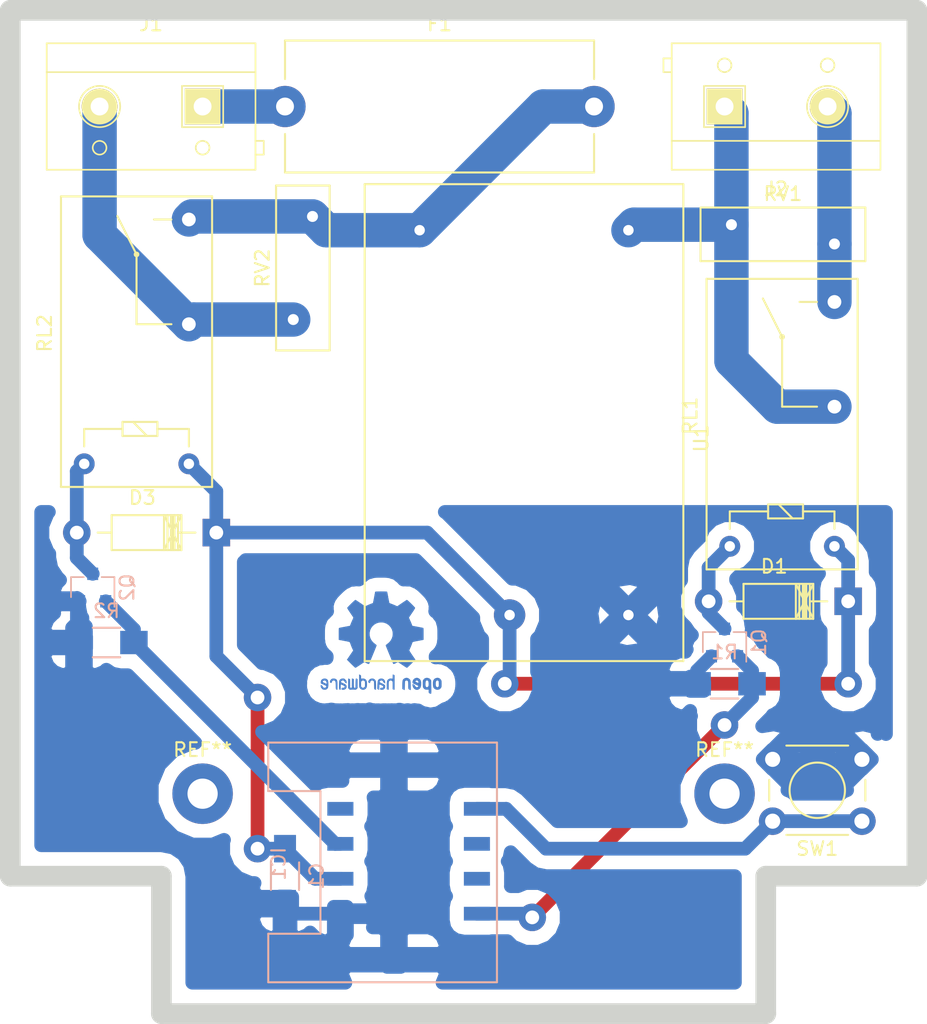
<source format=kicad_pcb>
(kicad_pcb (version 20160815) (host pcbnew no-vcs-found-7432~57~ubuntu14.04.1)

  (general
    (links 37)
    (no_connects 0)
    (area 23.2425 33.7425 90.750001 109.750001)
    (thickness 1.6)
    (drawings 8)
    (tracks 76)
    (zones 0)
    (modules 20)
    (nets 16)
  )

  (page A4)
  (layers
    (0 F.Cu signal hide)
    (31 B.Cu signal)
    (32 B.Adhes user hide)
    (33 F.Adhes user hide)
    (34 B.Paste user hide)
    (35 F.Paste user hide)
    (36 B.SilkS user hide)
    (37 F.SilkS user hide)
    (38 B.Mask user hide)
    (39 F.Mask user hide)
    (40 Dwgs.User user hide)
    (41 Cmts.User user hide)
    (42 Eco1.User user hide)
    (43 Eco2.User user hide)
    (44 Edge.Cuts user)
    (45 Margin user hide)
    (46 B.CrtYd user hide)
    (47 F.CrtYd user hide)
    (48 B.Fab user hide)
    (49 F.Fab user hide)
  )

  (setup
    (last_trace_width 1)
    (trace_clearance 0.5)
    (zone_clearance 1)
    (zone_45_only no)
    (trace_min 0.2)
    (segment_width 0.2)
    (edge_width 1.5)
    (via_size 2)
    (via_drill 1)
    (via_min_size 0.4)
    (via_min_drill 0.3)
    (uvia_size 2)
    (uvia_drill 1)
    (uvias_allowed no)
    (uvia_min_size 0.2)
    (uvia_min_drill 0.1)
    (pcb_text_width 0.3)
    (pcb_text_size 1.5 1.5)
    (mod_edge_width 0.15)
    (mod_text_size 1 1)
    (mod_text_width 0.15)
    (pad_size 2 2)
    (pad_drill 1)
    (pad_to_mask_clearance 0.2)
    (aux_axis_origin 0 0)
    (visible_elements FFFFFF7F)
    (pcbplotparams
      (layerselection 0x01000_fffffffe)
      (usegerberextensions false)
      (excludeedgelayer true)
      (linewidth 0.100000)
      (plotframeref false)
      (viasonmask false)
      (mode 1)
      (useauxorigin false)
      (hpglpennumber 1)
      (hpglpenspeed 20)
      (hpglpendiameter 15)
      (psnegative true)
      (psa4output false)
      (plotreference true)
      (plotvalue true)
      (plotinvisibletext false)
      (padsonsilk true)
      (subtractmaskfromsilk false)
      (outputformat 4)
      (mirror false)
      (drillshape 2)
      (scaleselection 1)
      (outputdirectory ""))
  )

  (net 0 "")
  (net 1 Lout)
  (net 2 Nout)
  (net 3 GND)
  (net 4 Lswitch)
  (net 5 Nswitch)
  (net 6 +5V)
  (net 7 "Net-(IC1-Pad5)")
  (net 8 "Net-(IC1-Pad6)")
  (net 9 "Net-(IC1-Pad7)")
  (net 10 Lin)
  (net 11 Nin)
  (net 12 "Net-(F1-Pad1)")
  (net 13 "Net-(D1-Pad2)")
  (net 14 "Net-(D3-Pad2)")
  (net 15 Lcurrent)

  (net_class Default "Toto je výchozí třída sítě."
    (clearance 0.5)
    (trace_width 1)
    (via_dia 2)
    (via_drill 1)
    (uvia_dia 2)
    (uvia_drill 1)
    (add_net +5V)
    (add_net GND)
    (add_net Lcurrent)
    (add_net Lswitch)
    (add_net "Net-(D1-Pad2)")
    (add_net "Net-(D3-Pad2)")
    (add_net "Net-(IC1-Pad5)")
    (add_net "Net-(IC1-Pad6)")
    (add_net "Net-(IC1-Pad7)")
    (add_net Nswitch)
  )

  (net_class 230V ""
    (clearance 2.5)
    (trace_width 2.5)
    (via_dia 0.8)
    (via_drill 0.4)
    (uvia_dia 0.3)
    (uvia_drill 0.1)
    (add_net Lin)
    (add_net Lout)
    (add_net "Net-(F1-Pad1)")
    (add_net Nin)
    (add_net Nout)
  )

  (module Diodes_THT:Diode_DO-41_SOD81_Horizontal_RM10 (layer F.Cu) (tedit 586F7670) (tstamp 586D64C2)
    (at 39 74 180)
    (descr "Diode, DO-41, SOD81, Horizontal, RM 10mm,")
    (tags "Diode, DO-41, SOD81, Horizontal, RM 10mm, 1N4007, SB140,")
    (path /585083A8)
    (fp_text reference D3 (at 5.38734 2.53746 180) (layer F.SilkS)
      (effects (font (size 1 1) (thickness 0.15)))
    )
    (fp_text value 1N4007 (at 4.37134 -3.55854 180) (layer F.Fab)
      (effects (font (size 1 1) (thickness 0.15)))
    )
    (fp_line (start 7.62 -0.00254) (end 8.636 -0.00254) (layer F.SilkS) (width 0.15))
    (fp_line (start 2.794 -0.00254) (end 1.524 -0.00254) (layer F.SilkS) (width 0.15))
    (fp_line (start 3.048 -1.27254) (end 3.048 1.26746) (layer F.SilkS) (width 0.15))
    (fp_line (start 3.302 -1.27254) (end 3.302 1.26746) (layer F.SilkS) (width 0.15))
    (fp_line (start 3.556 -1.27254) (end 3.556 1.26746) (layer F.SilkS) (width 0.15))
    (fp_line (start 2.794 -1.27254) (end 2.794 1.26746) (layer F.SilkS) (width 0.15))
    (fp_line (start 3.81 -1.27254) (end 2.54 1.26746) (layer F.SilkS) (width 0.15))
    (fp_line (start 2.54 -1.27254) (end 3.81 1.26746) (layer F.SilkS) (width 0.15))
    (fp_line (start 3.81 -1.27254) (end 3.81 1.26746) (layer F.SilkS) (width 0.15))
    (fp_line (start 3.175 -1.27254) (end 3.175 1.26746) (layer F.SilkS) (width 0.15))
    (fp_line (start 2.54 1.26746) (end 2.54 -1.27254) (layer F.SilkS) (width 0.15))
    (fp_line (start 2.54 -1.27254) (end 7.62 -1.27254) (layer F.SilkS) (width 0.15))
    (fp_line (start 7.62 -1.27254) (end 7.62 1.26746) (layer F.SilkS) (width 0.15))
    (fp_line (start 7.62 1.26746) (end 2.54 1.26746) (layer F.SilkS) (width 0.15))
    (pad 2 thru_hole circle (at 10.16 -0.00254) (size 2 2) (drill 1) (layers *.Cu *.Mask)
      (net 14 "Net-(D3-Pad2)"))
    (pad 1 thru_hole rect (at 0 -0.00254) (size 2 2) (drill 1) (layers *.Cu *.Mask)
      (net 6 +5V))
  )

  (module Diodes_THT:Diode_DO-41_SOD81_Horizontal_RM10 (layer F.Cu) (tedit 586F764F) (tstamp 586D64CD)
    (at 85 79 180)
    (descr "Diode, DO-41, SOD81, Horizontal, RM 10mm,")
    (tags "Diode, DO-41, SOD81, Horizontal, RM 10mm, 1N4007, SB140,")
    (path /58508417)
    (fp_text reference D1 (at 5.38734 2.53746 180) (layer F.SilkS)
      (effects (font (size 1 1) (thickness 0.15)))
    )
    (fp_text value 1N4007 (at 4.37134 -3.55854 180) (layer F.Fab)
      (effects (font (size 1 1) (thickness 0.15)))
    )
    (fp_line (start 7.62 -0.00254) (end 8.636 -0.00254) (layer F.SilkS) (width 0.15))
    (fp_line (start 2.794 -0.00254) (end 1.524 -0.00254) (layer F.SilkS) (width 0.15))
    (fp_line (start 3.048 -1.27254) (end 3.048 1.26746) (layer F.SilkS) (width 0.15))
    (fp_line (start 3.302 -1.27254) (end 3.302 1.26746) (layer F.SilkS) (width 0.15))
    (fp_line (start 3.556 -1.27254) (end 3.556 1.26746) (layer F.SilkS) (width 0.15))
    (fp_line (start 2.794 -1.27254) (end 2.794 1.26746) (layer F.SilkS) (width 0.15))
    (fp_line (start 3.81 -1.27254) (end 2.54 1.26746) (layer F.SilkS) (width 0.15))
    (fp_line (start 2.54 -1.27254) (end 3.81 1.26746) (layer F.SilkS) (width 0.15))
    (fp_line (start 3.81 -1.27254) (end 3.81 1.26746) (layer F.SilkS) (width 0.15))
    (fp_line (start 3.175 -1.27254) (end 3.175 1.26746) (layer F.SilkS) (width 0.15))
    (fp_line (start 2.54 1.26746) (end 2.54 -1.27254) (layer F.SilkS) (width 0.15))
    (fp_line (start 2.54 -1.27254) (end 7.62 -1.27254) (layer F.SilkS) (width 0.15))
    (fp_line (start 7.62 -1.27254) (end 7.62 1.26746) (layer F.SilkS) (width 0.15))
    (fp_line (start 7.62 1.26746) (end 2.54 1.26746) (layer F.SilkS) (width 0.15))
    (pad 2 thru_hole circle (at 10.16 -0.00254) (size 2 2) (drill 1) (layers *.Cu *.Mask)
      (net 13 "Net-(D1-Pad2)"))
    (pad 1 thru_hole rect (at 0 -0.00254) (size 2 2) (drill 1) (layers *.Cu *.Mask)
      (net 6 +5V))
  )

  (module Connectors:IQRF_KON-SIM-01 (layer B.Cu) (tedit 583C9AA1) (tstamp 585102ED)
    (at 53 98 270)
    (descr "8 pin SIM connector for IQRF TR modules")
    (tags IQRF_KON-SIM-01)
    (path /5850519E)
    (attr smd)
    (fp_text reference IC1 (at 0.1 9.47 270) (layer B.SilkS)
      (effects (font (size 1 1) (thickness 0.15)) (justify mirror))
    )
    (fp_text value "IQRF_(DC)TR-72D" (at 0.1 -8.03 270) (layer B.Fab)
      (effects (font (size 1 1) (thickness 0.15)) (justify mirror))
    )
    (fp_line (start -9 -6.7) (end 9 -6.7) (layer B.CrtYd) (width 0.05))
    (fp_line (start -9 -6.7) (end -9 10.5) (layer B.CrtYd) (width 0.05))
    (fp_line (start -9 10.5) (end -4.95 10.5) (layer B.CrtYd) (width 0.05))
    (fp_line (start -4.95 10.5) (end -4.95 6.7) (layer B.CrtYd) (width 0.05))
    (fp_line (start 4.95 6.7) (end -4.95 6.7) (layer B.CrtYd) (width 0.05))
    (fp_line (start 4.95 6.7) (end 4.95 10.5) (layer B.CrtYd) (width 0.05))
    (fp_line (start 4.95 10.5) (end 9 10.5) (layer B.CrtYd) (width 0.05))
    (fp_line (start 9 -6.7) (end 9 10.5) (layer B.CrtYd) (width 0.05))
    (fp_line (start -5.19 10.22) (end -5.19 6.42) (layer B.SilkS) (width 0.15))
    (fp_line (start -5.19 6.42) (end 5.19 6.42) (layer B.SilkS) (width 0.15))
    (fp_line (start 5.19 6.42) (end 5.19 10.22) (layer B.SilkS) (width 0.15))
    (fp_line (start -8.72 10.22) (end -5.19 10.22) (layer B.SilkS) (width 0.15))
    (fp_line (start -8.72 -6.43) (end -8.72 10.22) (layer B.SilkS) (width 0.15))
    (fp_line (start 5.19 10.22) (end 8.72 10.22) (layer B.SilkS) (width 0.15))
    (fp_line (start 8.72 -6.43) (end 8.72 10.22) (layer B.SilkS) (width 0.15))
    (fp_line (start -8.72 -6.43) (end 8.72 -6.43) (layer B.SilkS) (width 0.15))
    (fp_line (start -5.69 9.72) (end -5.69 5.92) (layer B.Fab) (width 0.15))
    (fp_line (start 5.69 9.72) (end 5.69 5.92) (layer B.Fab) (width 0.15))
    (fp_line (start 5.69 9.72) (end 8.22 9.72) (layer B.Fab) (width 0.15))
    (fp_line (start -8.22 9.72) (end -5.69 9.72) (layer B.Fab) (width 0.15))
    (fp_line (start -5.69 5.92) (end 5.69 5.92) (layer B.Fab) (width 0.15))
    (fp_line (start 8.22 -5.93) (end 8.22 9.72) (layer B.Fab) (width 0.15))
    (fp_line (start -8.22 -5.93) (end 8.22 -5.93) (layer B.Fab) (width 0.15))
    (fp_line (start -8.22 9.72) (end -8.22 -5.93) (layer B.Fab) (width 0.15))
    (pad 0 smd rect (at -7.08 1.07 270) (size 1.7 4.5) (layers B.Cu B.Paste B.Mask)
      (net 3 GND))
    (pad 0 smd rect (at 7.08 1.07 270) (size 1.7 4.5) (layers B.Cu B.Paste B.Mask)
      (net 3 GND))
    (pad 1 smd rect (at -3.9 4.97 270) (size 1 1.9) (layers B.Cu B.Paste B.Mask)
      (net 15 Lcurrent))
    (pad 2 smd rect (at -1.35 4.97 270) (size 1 1.9) (layers B.Cu B.Paste B.Mask)
      (net 4 Lswitch))
    (pad 3 smd rect (at 1.19 4.97 270) (size 1 1.9) (layers B.Cu B.Paste B.Mask)
      (net 6 +5V))
    (pad 4 smd rect (at 3.73 4.97 270) (size 1 1.9) (layers B.Cu B.Paste B.Mask)
      (net 3 GND))
    (pad 5 smd rect (at -3.9 -4.97 270) (size 1 1.9) (layers B.Cu B.Paste B.Mask)
      (net 7 "Net-(IC1-Pad5)"))
    (pad 6 smd rect (at -1.35 -4.97 270) (size 1 1.9) (layers B.Cu B.Paste B.Mask)
      (net 8 "Net-(IC1-Pad6)"))
    (pad 7 smd rect (at 1.19 -4.97 270) (size 1 1.9) (layers B.Cu B.Paste B.Mask)
      (net 9 "Net-(IC1-Pad7)"))
    (pad 8 smd rect (at 3.73 -4.97 270) (size 1 1.9) (layers B.Cu B.Paste B.Mask)
      (net 5 Nswitch))
  )

  (module Converters_DCDC_ACDC:ACDC-Converter_MeanWell-IRM-02-x (layer F.Cu) (tedit 58388E98) (tstamp 5852FFC8)
    (at 69 52 270)
    (descr "ACDC-Converter, 2W, Meanwell, IRM-02, THT")
    (path /5852D684)
    (fp_text reference U1 (at 15.15 -5.3 270) (layer F.SilkS)
      (effects (font (size 1 1) (thickness 0.15)))
    )
    (fp_text value MeanWell_IRM-02 (at 14.15 20.7 270) (layer F.Fab)
      (effects (font (size 1 1) (thickness 0.15)))
    )
    (fp_circle (center -1.397 -2.032) (end -1.397 -1.905) (layer F.Fab) (width 1.27))
    (fp_line (start -3.6 19.45) (end -3.6 -4.25) (layer F.CrtYd) (width 0.05))
    (fp_line (start -3.6 -4.25) (end 31.6 -4.25) (layer F.CrtYd) (width 0.05))
    (fp_line (start 31.6 19.45) (end 31.6 -4.25) (layer F.CrtYd) (width 0.05))
    (fp_line (start -3.6 19.45) (end 31.6 19.45) (layer F.CrtYd) (width 0.05))
    (fp_line (start -3.35 19.2) (end -3.35 -4) (layer F.SilkS) (width 0.15))
    (fp_line (start 31.35 -4) (end 31.35 19.2) (layer F.SilkS) (width 0.15))
    (fp_line (start -3.35 -4) (end 31.35 -4) (layer F.SilkS) (width 0.15))
    (fp_line (start -3.35 19.2) (end 31.35 19.2) (layer F.SilkS) (width 0.15))
    (fp_line (start -2.85 18.7) (end 30.85 18.7) (layer F.Fab) (width 0.1))
    (fp_line (start 30.85 18.7) (end 30.85 -3.5) (layer F.Fab) (width 0.1))
    (fp_line (start -2.85 18.7) (end -2.85 -3.5) (layer F.Fab) (width 0.1))
    (fp_line (start -2.85 -3.5) (end 30.85 -3.5) (layer F.Fab) (width 0.1))
    (pad 1 thru_hole circle (at 0 0 270) (size 2.286 2.286) (drill 0.762) (layers *.Cu *.Mask)
      (net 11 Nin))
    (pad 2 thru_hole circle (at 0 15.2 270) (size 2.286 2.286) (drill 0.762) (layers *.Cu *.Mask)
      (net 10 Lin))
    (pad 3 thru_hole circle (at 28 0 270) (size 2.286 2.286) (drill 0.762) (layers *.Cu *.Mask)
      (net 3 GND))
    (pad 4 thru_hole circle (at 28 8.65 270) (size 2.286 2.286) (drill 0.762) (layers *.Cu *.Mask)
      (net 6 +5V))
  )

  (module Varistors:RV_Disc_D12_W3.9_P7.5 (layer F.Cu) (tedit 5529CAF8) (tstamp 586F5A9A)
    (at 84 53 180)
    (tags "varistor SIOV")
    (path /5852E380)
    (fp_text reference RV1 (at 3.75 3.65 180) (layer F.SilkS)
      (effects (font (size 1 1) (thickness 0.15)))
    )
    (fp_text value VAR10-250 (at 3.75 -2.25 180) (layer F.Fab)
      (effects (font (size 1 1) (thickness 0.15)))
    )
    (fp_line (start -2.25 -1.25) (end -2.25 2.65) (layer F.SilkS) (width 0.15))
    (fp_line (start 9.75 -1.25) (end 9.75 2.65) (layer F.SilkS) (width 0.15))
    (fp_line (start -2.25 -1.25) (end 9.75 -1.25) (layer F.SilkS) (width 0.15))
    (fp_line (start -2.25 2.65) (end 9.75 2.65) (layer F.SilkS) (width 0.15))
    (fp_line (start -2.5 -1.5) (end -2.5 2.9) (layer F.CrtYd) (width 0.05))
    (fp_line (start 10 -1.5) (end 10 2.9) (layer F.CrtYd) (width 0.05))
    (fp_line (start -2.5 -1.5) (end 10 -1.5) (layer F.CrtYd) (width 0.05))
    (fp_line (start -2.5 2.9) (end 10 2.9) (layer F.CrtYd) (width 0.05))
    (pad 2 thru_hole circle (at 7.5 1.4 180) (size 1.8 1.8) (drill 0.8) (layers *.Cu *.Mask)
      (net 11 Nin))
    (pad 1 thru_hole circle (at 0 0 180) (size 1.8 1.8) (drill 0.8) (layers *.Cu *.Mask)
      (net 2 Nout))
  )

  (module Connectors_Terminal_Blocks:TerminalBlock_DG300-7.5-02P_RM7.5mm_2pol (layer F.Cu) (tedit 586D4BE7) (tstamp 586ECB95)
    (at 38 43 180)
    (descr "2-pin 7.5mm pitch terminal block, DG300-7.5-02P connector")
    (tags "terminal block")
    (path /58505492)
    (fp_text reference J1 (at 3.75 6 180) (layer F.SilkS)
      (effects (font (size 1 1) (thickness 0.15)))
    )
    (fp_text value Screw_Terminal_1x02 (at 3.75 -6 180) (layer F.Fab)
      (effects (font (size 1 1) (thickness 0.15)))
    )
    (fp_circle (center 7.5 -3) (end 7.5 -2.5) (layer F.SilkS) (width 0.12))
    (fp_circle (center 0 -3) (end 0 -2.5) (layer F.SilkS) (width 0.12))
    (fp_line (start -1.5 -1.5) (end 1.5 -1.5) (layer F.SilkS) (width 0.12))
    (fp_line (start 1.5 -1.5) (end 1.5 1.5) (layer F.SilkS) (width 0.12))
    (fp_line (start 1.5 1.5) (end -1.5 1.5) (layer F.SilkS) (width 0.12))
    (fp_line (start -1.5 1.5) (end -1.5 -1.5) (layer F.SilkS) (width 0.12))
    (fp_line (start -3.85 2.5) (end 11.35 2.5) (layer F.SilkS) (width 0.12))
    (fp_line (start -4.7 -4.85) (end 11.6 -4.85) (layer F.CrtYd) (width 0.05))
    (fp_line (start 11.6 -4.85) (end 11.6 4.85) (layer F.CrtYd) (width 0.05))
    (fp_line (start 11.6 4.85) (end -4.7 4.85) (layer F.CrtYd) (width 0.05))
    (fp_line (start -4.7 4.85) (end -4.7 -4.85) (layer F.CrtYd) (width 0.05))
    (fp_line (start -3.75 -4.5) (end 11.25 -4.5) (layer F.Fab) (width 0.1))
    (fp_line (start 11.25 -4.5) (end 11.25 4.5) (layer F.Fab) (width 0.1))
    (fp_line (start 11.25 4.5) (end -3.75 4.5) (layer F.Fab) (width 0.1))
    (fp_line (start -3.75 4.5) (end -3.75 -4.5) (layer F.Fab) (width 0.1))
    (fp_line (start -3.85 -4.6) (end 11.35 -4.6) (layer F.SilkS) (width 0.12))
    (fp_line (start 11.35 -4.6) (end 11.35 4.6) (layer F.SilkS) (width 0.12))
    (fp_line (start 11.35 4.6) (end -3.85 4.6) (layer F.SilkS) (width 0.12))
    (fp_line (start -3.85 4.6) (end -3.85 -4.6) (layer F.SilkS) (width 0.12))
    (fp_line (start -3.85 -3.5) (end -4.45 -3.5) (layer F.SilkS) (width 0.12))
    (fp_line (start -4.45 -3.5) (end -4.45 -2.5) (layer F.SilkS) (width 0.12))
    (fp_line (start -4.45 -2.5) (end -3.85 -2.5) (layer F.SilkS) (width 0.12))
    (fp_circle (center 0 2) (end -0.15 2) (layer F.Fab) (width 0.1))
    (fp_circle (center 7.5 0) (end 6 0) (layer F.SilkS) (width 0.12))
    (pad 1 thru_hole rect (at 0 0 180) (size 2.6 2.6) (drill 1.3) (layers *.Cu *.Mask F.SilkS)
      (net 12 "Net-(F1-Pad1)"))
    (pad 2 thru_hole circle (at 7.5 0 180) (size 2.6 2.6) (drill 1.3) (layers *.Cu *.Mask F.SilkS)
      (net 1 Lout))
  )

  (module Varistors:RV_Disc_D12_W3.9_P7.5 (layer F.Cu) (tedit 5529CAF8) (tstamp 586F5AA9)
    (at 46 51 270)
    (tags "varistor SIOV")
    (path /5852E50D)
    (fp_text reference RV2 (at 3.75 3.65 270) (layer F.SilkS)
      (effects (font (size 1 1) (thickness 0.15)))
    )
    (fp_text value VAR10-250 (at 3.75 -2.25 270) (layer F.Fab)
      (effects (font (size 1 1) (thickness 0.15)))
    )
    (fp_line (start -2.5 2.9) (end 10 2.9) (layer F.CrtYd) (width 0.05))
    (fp_line (start -2.5 -1.5) (end 10 -1.5) (layer F.CrtYd) (width 0.05))
    (fp_line (start 10 -1.5) (end 10 2.9) (layer F.CrtYd) (width 0.05))
    (fp_line (start -2.5 -1.5) (end -2.5 2.9) (layer F.CrtYd) (width 0.05))
    (fp_line (start -2.25 2.65) (end 9.75 2.65) (layer F.SilkS) (width 0.15))
    (fp_line (start -2.25 -1.25) (end 9.75 -1.25) (layer F.SilkS) (width 0.15))
    (fp_line (start 9.75 -1.25) (end 9.75 2.65) (layer F.SilkS) (width 0.15))
    (fp_line (start -2.25 -1.25) (end -2.25 2.65) (layer F.SilkS) (width 0.15))
    (pad 1 thru_hole circle (at 0 0 270) (size 1.8 1.8) (drill 0.8) (layers *.Cu *.Mask)
      (net 10 Lin))
    (pad 2 thru_hole circle (at 7.5 1.4 270) (size 1.8 1.8) (drill 0.8) (layers *.Cu *.Mask)
      (net 1 Lout))
  )

  (module Connectors_Terminal_Blocks:TerminalBlock_DG300-7.5-02P_RM7.5mm_2pol (layer F.Cu) (tedit 586D4BE7) (tstamp 586E55E0)
    (at 76 43)
    (descr "2-pin 7.5mm pitch terminal block, DG300-7.5-02P connector")
    (tags "terminal block")
    (path /5850553A)
    (fp_text reference J2 (at 3.75 6) (layer F.SilkS)
      (effects (font (size 1 1) (thickness 0.15)))
    )
    (fp_text value Screw_Terminal_1x02 (at 3.75 -6) (layer F.Fab)
      (effects (font (size 1 1) (thickness 0.15)))
    )
    (fp_circle (center 7.5 -3) (end 7.5 -2.5) (layer F.SilkS) (width 0.12))
    (fp_circle (center 0 -3) (end 0 -2.5) (layer F.SilkS) (width 0.12))
    (fp_line (start -1.5 -1.5) (end 1.5 -1.5) (layer F.SilkS) (width 0.12))
    (fp_line (start 1.5 -1.5) (end 1.5 1.5) (layer F.SilkS) (width 0.12))
    (fp_line (start 1.5 1.5) (end -1.5 1.5) (layer F.SilkS) (width 0.12))
    (fp_line (start -1.5 1.5) (end -1.5 -1.5) (layer F.SilkS) (width 0.12))
    (fp_line (start -3.85 2.5) (end 11.35 2.5) (layer F.SilkS) (width 0.12))
    (fp_line (start -4.7 -4.85) (end 11.6 -4.85) (layer F.CrtYd) (width 0.05))
    (fp_line (start 11.6 -4.85) (end 11.6 4.85) (layer F.CrtYd) (width 0.05))
    (fp_line (start 11.6 4.85) (end -4.7 4.85) (layer F.CrtYd) (width 0.05))
    (fp_line (start -4.7 4.85) (end -4.7 -4.85) (layer F.CrtYd) (width 0.05))
    (fp_line (start -3.75 -4.5) (end 11.25 -4.5) (layer F.Fab) (width 0.1))
    (fp_line (start 11.25 -4.5) (end 11.25 4.5) (layer F.Fab) (width 0.1))
    (fp_line (start 11.25 4.5) (end -3.75 4.5) (layer F.Fab) (width 0.1))
    (fp_line (start -3.75 4.5) (end -3.75 -4.5) (layer F.Fab) (width 0.1))
    (fp_line (start -3.85 -4.6) (end 11.35 -4.6) (layer F.SilkS) (width 0.12))
    (fp_line (start 11.35 -4.6) (end 11.35 4.6) (layer F.SilkS) (width 0.12))
    (fp_line (start 11.35 4.6) (end -3.85 4.6) (layer F.SilkS) (width 0.12))
    (fp_line (start -3.85 4.6) (end -3.85 -4.6) (layer F.SilkS) (width 0.12))
    (fp_line (start -3.85 -3.5) (end -4.45 -3.5) (layer F.SilkS) (width 0.12))
    (fp_line (start -4.45 -3.5) (end -4.45 -2.5) (layer F.SilkS) (width 0.12))
    (fp_line (start -4.45 -2.5) (end -3.85 -2.5) (layer F.SilkS) (width 0.12))
    (fp_circle (center 0 2) (end -0.15 2) (layer F.Fab) (width 0.1))
    (fp_circle (center 7.5 0) (end 6 0) (layer F.SilkS) (width 0.12))
    (pad 1 thru_hole rect (at 0 0) (size 2.6 2.6) (drill 1.3) (layers *.Cu *.Mask F.SilkS)
      (net 11 Nin))
    (pad 2 thru_hole circle (at 7.5 0) (size 2.6 2.6) (drill 1.3) (layers *.Cu *.Mask F.SilkS)
      (net 2 Nout))
  )

  (module Capacitors_SMD:C_1206_HandSoldering (layer B.Cu) (tedit 541A9C03) (tstamp 586D6593)
    (at 44 99 90)
    (descr "Capacitor SMD 1206, hand soldering")
    (tags "capacitor 1206")
    (path /586537A9)
    (attr smd)
    (fp_text reference C1 (at 0 2.3 90) (layer B.SilkS)
      (effects (font (size 1 1) (thickness 0.15)) (justify mirror))
    )
    (fp_text value 100n (at 0 -2.3 90) (layer B.Fab)
      (effects (font (size 1 1) (thickness 0.15)) (justify mirror))
    )
    (fp_line (start -1.6 -0.8) (end -1.6 0.8) (layer B.Fab) (width 0.15))
    (fp_line (start 1.6 -0.8) (end -1.6 -0.8) (layer B.Fab) (width 0.15))
    (fp_line (start 1.6 0.8) (end 1.6 -0.8) (layer B.Fab) (width 0.15))
    (fp_line (start -1.6 0.8) (end 1.6 0.8) (layer B.Fab) (width 0.15))
    (fp_line (start -3.3 1.15) (end 3.3 1.15) (layer B.CrtYd) (width 0.05))
    (fp_line (start -3.3 -1.15) (end 3.3 -1.15) (layer B.CrtYd) (width 0.05))
    (fp_line (start -3.3 1.15) (end -3.3 -1.15) (layer B.CrtYd) (width 0.05))
    (fp_line (start 3.3 1.15) (end 3.3 -1.15) (layer B.CrtYd) (width 0.05))
    (fp_line (start 1 1.025) (end -1 1.025) (layer B.SilkS) (width 0.15))
    (fp_line (start -1 -1.025) (end 1 -1.025) (layer B.SilkS) (width 0.15))
    (pad 1 smd rect (at -2 0 90) (size 2 1.6) (layers B.Cu B.Paste B.Mask)
      (net 3 GND))
    (pad 2 smd rect (at 2 0 90) (size 2 1.6) (layers B.Cu B.Paste B.Mask)
      (net 6 +5V))
    (model Capacitors_SMD.3dshapes/C_1206_HandSoldering.wrl
      (at (xyz 0 0 0))
      (scale (xyz 1 1 1))
      (rotate (xyz 0 0 0))
    )
  )

  (module Buttons_Switches_THT:SW_PUSH_6mm (layer F.Cu) (tedit 57BABF74) (tstamp 5852F7EF)
    (at 86 95 180)
    (descr https://www.omron.com/ecb/products/pdf/en-b3f.pdf)
    (tags "tact sw push 6mm")
    (path /5852F366)
    (fp_text reference SW1 (at 3.25 -2 180) (layer F.SilkS)
      (effects (font (size 1 1) (thickness 0.15)))
    )
    (fp_text value BondSW (at 3.75 6.7 180) (layer F.Fab)
      (effects (font (size 1 1) (thickness 0.15)))
    )
    (fp_line (start 6.75 3) (end 6.75 1.5) (layer F.SilkS) (width 0.15))
    (fp_line (start 5.5 -1) (end 1 -1) (layer F.SilkS) (width 0.15))
    (fp_line (start -0.25 1.5) (end -0.25 3) (layer F.SilkS) (width 0.15))
    (fp_line (start 1 5.5) (end 5.5 5.5) (layer F.SilkS) (width 0.15))
    (fp_line (start 8 -1.25) (end 8 5.75) (layer F.CrtYd) (width 0.05))
    (fp_line (start 7.75 6) (end -1.25 6) (layer F.CrtYd) (width 0.05))
    (fp_line (start -1.5 5.75) (end -1.5 -1.25) (layer F.CrtYd) (width 0.05))
    (fp_line (start -1.25 -1.5) (end 7.75 -1.5) (layer F.CrtYd) (width 0.05))
    (fp_circle (center 3.25 2.25) (end 1.25 2.5) (layer F.SilkS) (width 0.15))
    (fp_line (start -1.5 6) (end -1.25 6) (layer F.CrtYd) (width 0.05))
    (fp_line (start -1.5 5.75) (end -1.5 6) (layer F.CrtYd) (width 0.05))
    (fp_line (start -1.5 -1.5) (end -1.25 -1.5) (layer F.CrtYd) (width 0.05))
    (fp_line (start -1.5 -1.25) (end -1.5 -1.5) (layer F.CrtYd) (width 0.05))
    (fp_line (start 8 -1.5) (end 8 -1.25) (layer F.CrtYd) (width 0.05))
    (fp_line (start 7.75 -1.5) (end 8 -1.5) (layer F.CrtYd) (width 0.05))
    (fp_line (start 8 6) (end 8 5.75) (layer F.CrtYd) (width 0.05))
    (fp_line (start 7.75 6) (end 8 6) (layer F.CrtYd) (width 0.05))
    (fp_line (start 0.25 -0.75) (end 3.25 -0.75) (layer F.Fab) (width 0.15))
    (fp_line (start 0.25 5.25) (end 0.25 -0.75) (layer F.Fab) (width 0.15))
    (fp_line (start 6.25 5.25) (end 0.25 5.25) (layer F.Fab) (width 0.15))
    (fp_line (start 6.25 -0.75) (end 6.25 5.25) (layer F.Fab) (width 0.15))
    (fp_line (start 3.25 -0.75) (end 6.25 -0.75) (layer F.Fab) (width 0.15))
    (pad 1 thru_hole circle (at 6.5 0 270) (size 2 2) (drill 1.1) (layers *.Cu *.Mask)
      (net 7 "Net-(IC1-Pad5)"))
    (pad 2 thru_hole circle (at 6.5 4.5 270) (size 2 2) (drill 1.1) (layers *.Cu *.Mask)
      (net 3 GND))
    (pad 1 thru_hole circle (at 0 0 270) (size 2 2) (drill 1.1) (layers *.Cu *.Mask)
      (net 7 "Net-(IC1-Pad5)"))
    (pad 2 thru_hole circle (at 0 4.5 270) (size 2 2) (drill 1.1) (layers *.Cu *.Mask)
      (net 3 GND))
  )

  (module Fuse_Holders_and_Fuses:Fuseholder5x20_horiz_open_Schurter_0031_8201 (layer F.Cu) (tedit 586EAFCD) (tstamp 5852F6EB)
    (at 44 43)
    (descr http://www.schurter.com/var/schurter/storage/ilcatalogue/files/document/datasheet/en/pdf/typ_OGN.pdf)
    (tags "Fuseholder horizontal open 5x20 Schurter 0031.8201")
    (path /58529E4F)
    (fp_text reference F1 (at 11.25 -6) (layer F.SilkS)
      (effects (font (size 1 1) (thickness 0.15)))
    )
    (fp_text value 10A (at 11.25 6) (layer F.Fab)
      (effects (font (size 1 1) (thickness 0.15)))
    )
    (fp_line (start 0 4.8) (end 0 2) (layer F.SilkS) (width 0.15))
    (fp_line (start 22.75 1.95) (end 22.75 5.05) (layer F.CrtYd) (width 0.05))
    (fp_line (start 22.75 -1.95) (end 22.75 -5.05) (layer F.CrtYd) (width 0.05))
    (fp_line (start -0.25 -1.95) (end -0.25 -5.05) (layer F.CrtYd) (width 0.05))
    (fp_line (start 0 4.8) (end 22.5 4.8) (layer F.SilkS) (width 0.15))
    (fp_line (start -0.25 -5.05) (end 22.75 -5.05) (layer F.CrtYd) (width 0.05))
    (fp_line (start 22.75 5.05) (end -0.25 5.05) (layer F.CrtYd) (width 0.05))
    (fp_line (start 0 -4.8) (end 22.5 -4.8) (layer F.SilkS) (width 0.15))
    (fp_line (start 0 -2) (end 0 -4.8) (layer F.SilkS) (width 0.15))
    (fp_line (start 22.5 -2) (end 22.5 -4.8) (layer F.SilkS) (width 0.15))
    (fp_line (start 22.5 4.8) (end 22.5 2) (layer F.SilkS) (width 0.15))
    (fp_line (start -0.25 5.05) (end -0.25 1.95) (layer F.CrtYd) (width 0.05))
    (fp_arc (start 0 0) (end -0.25 1.95) (angle 165.3) (layer F.CrtYd) (width 0.05))
    (fp_arc (start 22.5 0) (end 22.75 -1.95) (angle 165.3) (layer F.CrtYd) (width 0.05))
    (pad "" np_thru_hole circle (at 11.25 0) (size 2.7 2.7) (drill 2.7) (layers *.Cu *.Mask))
    (pad 2 thru_hole circle (at 22.5 0) (size 3 3) (drill 1.3) (layers *.Cu *.Mask)
      (net 10 Lin))
    (pad 1 thru_hole circle (at 0 0) (size 3 3) (drill 1.3) (layers *.Cu *.Mask)
      (net 12 "Net-(F1-Pad1)"))
  )

  (module Resistors_SMD:R_1206_HandSoldering (layer B.Cu) (tedit 58307C0D) (tstamp 5852F566)
    (at 76 85 180)
    (descr "Resistor SMD 1206, hand soldering")
    (tags "resistor 1206")
    (path /58508F07)
    (attr smd)
    (fp_text reference R1 (at 0 2.3 180) (layer B.SilkS)
      (effects (font (size 1 1) (thickness 0.15)) (justify mirror))
    )
    (fp_text value 10k (at 0 -2.3 180) (layer B.Fab)
      (effects (font (size 1 1) (thickness 0.15)) (justify mirror))
    )
    (fp_line (start -1 1.075) (end 1 1.075) (layer B.SilkS) (width 0.15))
    (fp_line (start 1 -1.075) (end -1 -1.075) (layer B.SilkS) (width 0.15))
    (fp_line (start 3.3 1.2) (end 3.3 -1.2) (layer B.CrtYd) (width 0.05))
    (fp_line (start -3.3 1.2) (end -3.3 -1.2) (layer B.CrtYd) (width 0.05))
    (fp_line (start -3.3 -1.2) (end 3.3 -1.2) (layer B.CrtYd) (width 0.05))
    (fp_line (start -3.3 1.2) (end 3.3 1.2) (layer B.CrtYd) (width 0.05))
    (fp_line (start -1.6 0.8) (end 1.6 0.8) (layer B.Fab) (width 0.1))
    (fp_line (start 1.6 0.8) (end 1.6 -0.8) (layer B.Fab) (width 0.1))
    (fp_line (start 1.6 -0.8) (end -1.6 -0.8) (layer B.Fab) (width 0.1))
    (fp_line (start -1.6 -0.8) (end -1.6 0.8) (layer B.Fab) (width 0.1))
    (pad 2 smd rect (at 2 0 180) (size 2 1.7) (layers B.Cu B.Paste B.Mask)
      (net 3 GND))
    (pad 1 smd rect (at -2 0 180) (size 2 1.7) (layers B.Cu B.Paste B.Mask)
      (net 5 Nswitch))
    (model Resistors_SMD.3dshapes/R_1206_HandSoldering.wrl
      (at (xyz 0 0 0))
      (scale (xyz 1 1 1))
      (rotate (xyz 0 0 0))
    )
  )

  (module Resistors_SMD:R_1206_HandSoldering (layer B.Cu) (tedit 58307C0D) (tstamp 5852F538)
    (at 31 82 180)
    (descr "Resistor SMD 1206, hand soldering")
    (tags "resistor 1206")
    (path /58509157)
    (attr smd)
    (fp_text reference R2 (at 0 2.3 180) (layer B.SilkS)
      (effects (font (size 1 1) (thickness 0.15)) (justify mirror))
    )
    (fp_text value 10k (at 0 -2.3 180) (layer B.Fab)
      (effects (font (size 1 1) (thickness 0.15)) (justify mirror))
    )
    (fp_line (start -1.6 -0.8) (end -1.6 0.8) (layer B.Fab) (width 0.1))
    (fp_line (start 1.6 -0.8) (end -1.6 -0.8) (layer B.Fab) (width 0.1))
    (fp_line (start 1.6 0.8) (end 1.6 -0.8) (layer B.Fab) (width 0.1))
    (fp_line (start -1.6 0.8) (end 1.6 0.8) (layer B.Fab) (width 0.1))
    (fp_line (start -3.3 1.2) (end 3.3 1.2) (layer B.CrtYd) (width 0.05))
    (fp_line (start -3.3 -1.2) (end 3.3 -1.2) (layer B.CrtYd) (width 0.05))
    (fp_line (start -3.3 1.2) (end -3.3 -1.2) (layer B.CrtYd) (width 0.05))
    (fp_line (start 3.3 1.2) (end 3.3 -1.2) (layer B.CrtYd) (width 0.05))
    (fp_line (start 1 -1.075) (end -1 -1.075) (layer B.SilkS) (width 0.15))
    (fp_line (start -1 1.075) (end 1 1.075) (layer B.SilkS) (width 0.15))
    (pad 1 smd rect (at -2 0 180) (size 2 1.7) (layers B.Cu B.Paste B.Mask)
      (net 4 Lswitch))
    (pad 2 smd rect (at 2 0 180) (size 2 1.7) (layers B.Cu B.Paste B.Mask)
      (net 3 GND))
    (model Resistors_SMD.3dshapes/R_1206_HandSoldering.wrl
      (at (xyz 0 0 0))
      (scale (xyz 1 1 1))
      (rotate (xyz 0 0 0))
    )
  )

  (module Symbols:OSHW-Logo2_9.8x8mm_Copper (layer B.Cu) (tedit 0) (tstamp 5852F4DA)
    (at 51 82 180)
    (descr "Open Source Hardware Symbol")
    (tags "Logo Symbol OSHW")
    (path /5850A4AE)
    (attr virtual)
    (fp_text reference LOGO1 (at 0 0 180) (layer B.SilkS) hide
      (effects (font (size 1 1) (thickness 0.15)) (justify mirror))
    )
    (fp_text value OPEN_HARDWARE_2 (at 0.75 0 180) (layer B.Fab) hide
      (effects (font (size 1 1) (thickness 0.15)) (justify mirror))
    )
    (fp_poly (pts (xy 0.139878 3.712224) (xy 0.245612 3.711645) (xy 0.322132 3.710078) (xy 0.374372 3.707028)
      (xy 0.407263 3.702004) (xy 0.425737 3.694511) (xy 0.434727 3.684056) (xy 0.439163 3.670147)
      (xy 0.439594 3.668346) (xy 0.446333 3.635855) (xy 0.458808 3.571748) (xy 0.475719 3.482849)
      (xy 0.495771 3.375981) (xy 0.517664 3.257967) (xy 0.518429 3.253822) (xy 0.540359 3.138169)
      (xy 0.560877 3.035986) (xy 0.578659 2.953402) (xy 0.592381 2.896544) (xy 0.600718 2.871542)
      (xy 0.601116 2.871099) (xy 0.625677 2.85889) (xy 0.676315 2.838544) (xy 0.742095 2.814455)
      (xy 0.742461 2.814326) (xy 0.825317 2.783182) (xy 0.923 2.743509) (xy 1.015077 2.703619)
      (xy 1.019434 2.701647) (xy 1.169407 2.63358) (xy 1.501498 2.860361) (xy 1.603374 2.929496)
      (xy 1.695657 2.991303) (xy 1.773003 3.042267) (xy 1.830064 3.078873) (xy 1.861495 3.097606)
      (xy 1.864479 3.098996) (xy 1.887321 3.09281) (xy 1.929982 3.062965) (xy 1.994128 3.008053)
      (xy 2.081421 2.926666) (xy 2.170535 2.840078) (xy 2.256441 2.754753) (xy 2.333327 2.676892)
      (xy 2.396564 2.611303) (xy 2.441523 2.562795) (xy 2.463576 2.536175) (xy 2.464396 2.534805)
      (xy 2.466834 2.516537) (xy 2.45765 2.486705) (xy 2.434574 2.441279) (xy 2.395337 2.37623)
      (xy 2.33767 2.28753) (xy 2.260795 2.173343) (xy 2.19257 2.072838) (xy 2.131582 1.982697)
      (xy 2.081356 1.908151) (xy 2.045416 1.854435) (xy 2.027287 1.826782) (xy 2.026146 1.824905)
      (xy 2.028359 1.79841) (xy 2.045138 1.746914) (xy 2.073142 1.680149) (xy 2.083122 1.658828)
      (xy 2.126672 1.563841) (xy 2.173134 1.456063) (xy 2.210877 1.362808) (xy 2.238073 1.293594)
      (xy 2.259675 1.240994) (xy 2.272158 1.213503) (xy 2.273709 1.211384) (xy 2.296668 1.207876)
      (xy 2.350786 1.198262) (xy 2.428868 1.183911) (xy 2.523719 1.166193) (xy 2.628143 1.146475)
      (xy 2.734944 1.126126) (xy 2.836926 1.106514) (xy 2.926894 1.089009) (xy 2.997653 1.074978)
      (xy 3.042006 1.065791) (xy 3.052885 1.063193) (xy 3.064122 1.056782) (xy 3.072605 1.042303)
      (xy 3.078714 1.014867) (xy 3.082832 0.969589) (xy 3.085341 0.90158) (xy 3.086621 0.805953)
      (xy 3.087054 0.67782) (xy 3.087077 0.625299) (xy 3.087077 0.198155) (xy 2.9845 0.177909)
      (xy 2.927431 0.16693) (xy 2.842269 0.150905) (xy 2.739372 0.131767) (xy 2.629096 0.111449)
      (xy 2.598615 0.105868) (xy 2.496855 0.086083) (xy 2.408205 0.066627) (xy 2.340108 0.049303)
      (xy 2.300004 0.035912) (xy 2.293323 0.031921) (xy 2.276919 0.003658) (xy 2.253399 -0.051109)
      (xy 2.227316 -0.121588) (xy 2.222142 -0.136769) (xy 2.187956 -0.230896) (xy 2.145523 -0.337101)
      (xy 2.103997 -0.432473) (xy 2.103792 -0.432916) (xy 2.03464 -0.582525) (xy 2.489512 -1.251617)
      (xy 2.1975 -1.544116) (xy 2.10918 -1.63117) (xy 2.028625 -1.707909) (xy 1.96036 -1.770237)
      (xy 1.908908 -1.814056) (xy 1.878794 -1.83527) (xy 1.874474 -1.836616) (xy 1.849111 -1.826016)
      (xy 1.797358 -1.796547) (xy 1.724868 -1.751705) (xy 1.637294 -1.694984) (xy 1.542612 -1.631462)
      (xy 1.446516 -1.566668) (xy 1.360837 -1.510287) (xy 1.291016 -1.465788) (xy 1.242494 -1.436639)
      (xy 1.220782 -1.426308) (xy 1.194293 -1.43505) (xy 1.144062 -1.458087) (xy 1.080451 -1.490631)
      (xy 1.073708 -1.494249) (xy 0.988046 -1.53721) (xy 0.929306 -1.558279) (xy 0.892772 -1.558503)
      (xy 0.873731 -1.538928) (xy 0.87362 -1.538654) (xy 0.864102 -1.515472) (xy 0.841403 -1.460441)
      (xy 0.807282 -1.377822) (xy 0.7635 -1.271872) (xy 0.711816 -1.146852) (xy 0.653992 -1.00702)
      (xy 0.597991 -0.871637) (xy 0.536447 -0.722234) (xy 0.479939 -0.583832) (xy 0.430161 -0.460673)
      (xy 0.388806 -0.357002) (xy 0.357568 -0.277059) (xy 0.338141 -0.225088) (xy 0.332154 -0.205692)
      (xy 0.347168 -0.183443) (xy 0.386439 -0.147982) (xy 0.438807 -0.108887) (xy 0.587941 0.014755)
      (xy 0.704511 0.156478) (xy 0.787118 0.313296) (xy 0.834366 0.482225) (xy 0.844857 0.660278)
      (xy 0.837231 0.742461) (xy 0.795682 0.912969) (xy 0.724123 1.063541) (xy 0.626995 1.192691)
      (xy 0.508734 1.298936) (xy 0.37378 1.38079) (xy 0.226571 1.436768) (xy 0.071544 1.465385)
      (xy -0.086861 1.465156) (xy -0.244206 1.434595) (xy -0.396054 1.372218) (xy -0.537965 1.27654)
      (xy -0.597197 1.222428) (xy -0.710797 1.08348) (xy -0.789894 0.931639) (xy -0.835014 0.771333)
      (xy -0.846684 0.606988) (xy -0.825431 0.443029) (xy -0.77178 0.283882) (xy -0.68626 0.133975)
      (xy -0.569395 -0.002267) (xy -0.438807 -0.108887) (xy -0.384412 -0.149642) (xy -0.345986 -0.184718)
      (xy -0.332154 -0.205726) (xy -0.339397 -0.228635) (xy -0.359995 -0.283365) (xy -0.392254 -0.365672)
      (xy -0.434479 -0.471315) (xy -0.484977 -0.59605) (xy -0.542052 -0.735636) (xy -0.598146 -0.87167)
      (xy -0.660033 -1.021201) (xy -0.717356 -1.159767) (xy -0.768356 -1.283107) (xy -0.811273 -1.386964)
      (xy -0.844347 -1.46708) (xy -0.865819 -1.519195) (xy -0.873775 -1.538654) (xy -0.892571 -1.558423)
      (xy -0.928926 -1.558365) (xy -0.987521 -1.537441) (xy -1.073032 -1.494613) (xy -1.073708 -1.494249)
      (xy -1.138093 -1.461012) (xy -1.190139 -1.436802) (xy -1.219488 -1.426404) (xy -1.220783 -1.426308)
      (xy -1.242876 -1.436855) (xy -1.291652 -1.466184) (xy -1.361669 -1.510827) (xy -1.447486 -1.567314)
      (xy -1.542612 -1.631462) (xy -1.63946 -1.696411) (xy -1.726747 -1.752896) (xy -1.798819 -1.797421)
      (xy -1.850023 -1.82649) (xy -1.874474 -1.836616) (xy -1.89699 -1.823307) (xy -1.942258 -1.786112)
      (xy -2.005756 -1.729128) (xy -2.082961 -1.656449) (xy -2.169349 -1.572171) (xy -2.197601 -1.544016)
      (xy -2.489713 -1.251416) (xy -2.267369 -0.925104) (xy -2.199798 -0.824897) (xy -2.140493 -0.734963)
      (xy -2.092783 -0.66051) (xy -2.059993 -0.606751) (xy -2.045452 -0.578894) (xy -2.045026 -0.576912)
      (xy -2.052692 -0.550655) (xy -2.073311 -0.497837) (xy -2.103315 -0.42731) (xy -2.124375 -0.380093)
      (xy -2.163752 -0.289694) (xy -2.200835 -0.198366) (xy -2.229585 -0.1212) (xy -2.237395 -0.097692)
      (xy -2.259583 -0.034916) (xy -2.281273 0.013589) (xy -2.293187 0.031921) (xy -2.319477 0.043141)
      (xy -2.376858 0.059046) (xy -2.457882 0.077833) (xy -2.555105 0.097701) (xy -2.598615 0.105868)
      (xy -2.709104 0.126171) (xy -2.815084 0.14583) (xy -2.906199 0.162912) (xy -2.972092 0.175482)
      (xy -2.9845 0.177909) (xy -3.087077 0.198155) (xy -3.087077 0.625299) (xy -3.086847 0.765754)
      (xy -3.085901 0.872021) (xy -3.083859 0.948987) (xy -3.080338 1.00154) (xy -3.074957 1.034567)
      (xy -3.067334 1.052955) (xy -3.057088 1.061592) (xy -3.052885 1.063193) (xy -3.02753 1.068873)
      (xy -2.971516 1.080205) (xy -2.892036 1.095821) (xy -2.796288 1.114353) (xy -2.691467 1.134431)
      (xy -2.584768 1.154688) (xy -2.483387 1.173754) (xy -2.394521 1.190261) (xy -2.325363 1.202841)
      (xy -2.283111 1.210125) (xy -2.27371 1.211384) (xy -2.265193 1.228237) (xy -2.24634 1.27313)
      (xy -2.220676 1.33757) (xy -2.210877 1.362808) (xy -2.171352 1.460314) (xy -2.124808 1.568041)
      (xy -2.083123 1.658828) (xy -2.05245 1.728247) (xy -2.032044 1.78529) (xy -2.025232 1.820223)
      (xy -2.026318 1.824905) (xy -2.040715 1.847009) (xy -2.073588 1.896169) (xy -2.12141 1.967152)
      (xy -2.180652 2.054722) (xy -2.247785 2.153643) (xy -2.261059 2.17317) (xy -2.338954 2.28886)
      (xy -2.396213 2.376956) (xy -2.435119 2.441514) (xy -2.457956 2.486589) (xy -2.467006 2.516237)
      (xy -2.464552 2.534515) (xy -2.464489 2.534631) (xy -2.445173 2.558639) (xy -2.402449 2.605053)
      (xy -2.340949 2.669063) (xy -2.265302 2.745855) (xy -2.180139 2.830618) (xy -2.170535 2.840078)
      (xy -2.06321 2.944011) (xy -1.980385 3.020325) (xy -1.920395 3.070429) (xy -1.881577 3.09573)
      (xy -1.86448 3.098996) (xy -1.839527 3.08475) (xy -1.787745 3.051844) (xy -1.71448 3.003792)
      (xy -1.62508 2.94411) (xy -1.524889 2.876312) (xy -1.501499 2.860361) (xy -1.169407 2.63358)
      (xy -1.019435 2.701647) (xy -0.92823 2.741315) (xy -0.830331 2.781209) (xy -0.746169 2.813017)
      (xy -0.742462 2.814326) (xy -0.676631 2.838424) (xy -0.625884 2.8588) (xy -0.601158 2.871064)
      (xy -0.601116 2.871099) (xy -0.593271 2.893266) (xy -0.579934 2.947783) (xy -0.56243 3.02852)
      (xy -0.542083 3.12935) (xy -0.520218 3.244144) (xy -0.518429 3.253822) (xy -0.496496 3.372096)
      (xy -0.47636 3.479458) (xy -0.45932 3.569083) (xy -0.446672 3.634149) (xy -0.439716 3.667832)
      (xy -0.439594 3.668346) (xy -0.435361 3.682675) (xy -0.427129 3.693493) (xy -0.409967 3.701294)
      (xy -0.378942 3.706571) (xy -0.329122 3.709818) (xy -0.255576 3.711528) (xy -0.153371 3.712193)
      (xy -0.017575 3.712307) (xy 0 3.712308) (xy 0.139878 3.712224)) (layer B.Cu) (width 0.01))
    (fp_poly (pts (xy 4.245224 -2.647838) (xy 4.322528 -2.698361) (xy 4.359814 -2.74359) (xy 4.389353 -2.825663)
      (xy 4.391699 -2.890607) (xy 4.386385 -2.977445) (xy 4.186115 -3.065103) (xy 4.088739 -3.109887)
      (xy 4.025113 -3.145913) (xy 3.992029 -3.177117) (xy 3.98628 -3.207436) (xy 4.004658 -3.240805)
      (xy 4.024923 -3.262923) (xy 4.083889 -3.298393) (xy 4.148024 -3.300879) (xy 4.206926 -3.273235)
      (xy 4.250197 -3.21832) (xy 4.257936 -3.198928) (xy 4.295006 -3.138364) (xy 4.337654 -3.112552)
      (xy 4.396154 -3.090471) (xy 4.396154 -3.174184) (xy 4.390982 -3.23115) (xy 4.370723 -3.279189)
      (xy 4.328262 -3.334346) (xy 4.321951 -3.341514) (xy 4.27472 -3.390585) (xy 4.234121 -3.41692)
      (xy 4.183328 -3.429035) (xy 4.14122 -3.433003) (xy 4.065902 -3.433991) (xy 4.012286 -3.421466)
      (xy 3.978838 -3.402869) (xy 3.926268 -3.361975) (xy 3.889879 -3.317748) (xy 3.86685 -3.262126)
      (xy 3.854359 -3.187047) (xy 3.849587 -3.084449) (xy 3.849206 -3.032376) (xy 3.850501 -2.969948)
      (xy 3.968471 -2.969948) (xy 3.969839 -3.003438) (xy 3.973249 -3.008923) (xy 3.995753 -3.001472)
      (xy 4.044182 -2.981753) (xy 4.108908 -2.953718) (xy 4.122443 -2.947692) (xy 4.204244 -2.906096)
      (xy 4.249312 -2.869538) (xy 4.259217 -2.835296) (xy 4.235526 -2.800648) (xy 4.21596 -2.785339)
      (xy 4.14536 -2.754721) (xy 4.07928 -2.75978) (xy 4.023959 -2.797151) (xy 3.985636 -2.863473)
      (xy 3.973349 -2.916116) (xy 3.968471 -2.969948) (xy 3.850501 -2.969948) (xy 3.85173 -2.91072)
      (xy 3.861032 -2.82071) (xy 3.87946 -2.755167) (xy 3.90936 -2.706912) (xy 3.95308 -2.668767)
      (xy 3.972141 -2.65644) (xy 4.058726 -2.624336) (xy 4.153522 -2.622316) (xy 4.245224 -2.647838)) (layer B.Cu) (width 0.01))
    (fp_poly (pts (xy 3.570807 -2.636782) (xy 3.594161 -2.646988) (xy 3.649902 -2.691134) (xy 3.697569 -2.754967)
      (xy 3.727048 -2.823087) (xy 3.731846 -2.85667) (xy 3.71576 -2.903556) (xy 3.680475 -2.928365)
      (xy 3.642644 -2.943387) (xy 3.625321 -2.946155) (xy 3.616886 -2.926066) (xy 3.60023 -2.882351)
      (xy 3.592923 -2.862598) (xy 3.551948 -2.794271) (xy 3.492622 -2.760191) (xy 3.416552 -2.761239)
      (xy 3.410918 -2.762581) (xy 3.370305 -2.781836) (xy 3.340448 -2.819375) (xy 3.320055 -2.879809)
      (xy 3.307836 -2.967751) (xy 3.3025 -3.087813) (xy 3.302 -3.151698) (xy 3.301752 -3.252403)
      (xy 3.300126 -3.321054) (xy 3.295801 -3.364673) (xy 3.287454 -3.390282) (xy 3.273765 -3.404903)
      (xy 3.253411 -3.415558) (xy 3.252234 -3.416095) (xy 3.213038 -3.432667) (xy 3.193619 -3.438769)
      (xy 3.190635 -3.420319) (xy 3.188081 -3.369323) (xy 3.18614 -3.292308) (xy 3.184997 -3.195805)
      (xy 3.184769 -3.125184) (xy 3.185932 -2.988525) (xy 3.190479 -2.884851) (xy 3.199999 -2.808108)
      (xy 3.216081 -2.752246) (xy 3.240313 -2.711212) (xy 3.274286 -2.678954) (xy 3.307833 -2.65644)
      (xy 3.388499 -2.626476) (xy 3.482381 -2.619718) (xy 3.570807 -2.636782)) (layer B.Cu) (width 0.01))
    (fp_poly (pts (xy 2.887333 -2.633528) (xy 2.94359 -2.659117) (xy 2.987747 -2.690124) (xy 3.020101 -2.724795)
      (xy 3.042438 -2.76952) (xy 3.056546 -2.830692) (xy 3.064211 -2.914701) (xy 3.06722 -3.02794)
      (xy 3.067538 -3.102509) (xy 3.067538 -3.39342) (xy 3.017773 -3.416095) (xy 2.978576 -3.432667)
      (xy 2.959157 -3.438769) (xy 2.955442 -3.42061) (xy 2.952495 -3.371648) (xy 2.950691 -3.300153)
      (xy 2.950308 -3.243385) (xy 2.948661 -3.161371) (xy 2.944222 -3.096309) (xy 2.93774 -3.056467)
      (xy 2.93259 -3.048) (xy 2.897977 -3.056646) (xy 2.84364 -3.078823) (xy 2.780722 -3.108886)
      (xy 2.720368 -3.141192) (xy 2.673721 -3.170098) (xy 2.651926 -3.189961) (xy 2.651839 -3.190175)
      (xy 2.653714 -3.226935) (xy 2.670525 -3.262026) (xy 2.700039 -3.290528) (xy 2.743116 -3.300061)
      (xy 2.779932 -3.29895) (xy 2.832074 -3.298133) (xy 2.859444 -3.310349) (xy 2.875882 -3.342624)
      (xy 2.877955 -3.34871) (xy 2.885081 -3.394739) (xy 2.866024 -3.422687) (xy 2.816353 -3.436007)
      (xy 2.762697 -3.43847) (xy 2.666142 -3.42021) (xy 2.616159 -3.394131) (xy 2.554429 -3.332868)
      (xy 2.52169 -3.25767) (xy 2.518753 -3.178211) (xy 2.546424 -3.104167) (xy 2.588047 -3.057769)
      (xy 2.629604 -3.031793) (xy 2.694922 -2.998907) (xy 2.771038 -2.965557) (xy 2.783726 -2.960461)
      (xy 2.867333 -2.923565) (xy 2.91553 -2.891046) (xy 2.93103 -2.858718) (xy 2.91655 -2.822394)
      (xy 2.891692 -2.794) (xy 2.832939 -2.759039) (xy 2.768293 -2.756417) (xy 2.709008 -2.783358)
      (xy 2.666339 -2.837088) (xy 2.660739 -2.85095) (xy 2.628133 -2.901936) (xy 2.58053 -2.939787)
      (xy 2.520461 -2.97085) (xy 2.520461 -2.882768) (xy 2.523997 -2.828951) (xy 2.539156 -2.786534)
      (xy 2.572768 -2.741279) (xy 2.605035 -2.70642) (xy 2.655209 -2.657062) (xy 2.694193 -2.630547)
      (xy 2.736064 -2.619911) (xy 2.78346 -2.618154) (xy 2.887333 -2.633528)) (layer B.Cu) (width 0.01))
    (fp_poly (pts (xy 2.395929 -2.636662) (xy 2.398911 -2.688068) (xy 2.401247 -2.766192) (xy 2.402749 -2.864857)
      (xy 2.403231 -2.968343) (xy 2.403231 -3.318533) (xy 2.341401 -3.380363) (xy 2.298793 -3.418462)
      (xy 2.26139 -3.433895) (xy 2.21027 -3.432918) (xy 2.189978 -3.430433) (xy 2.126554 -3.4232)
      (xy 2.074095 -3.419055) (xy 2.061308 -3.418672) (xy 2.018199 -3.421176) (xy 1.956544 -3.427462)
      (xy 1.932638 -3.430433) (xy 1.873922 -3.435028) (xy 1.834464 -3.425046) (xy 1.795338 -3.394228)
      (xy 1.781215 -3.380363) (xy 1.719385 -3.318533) (xy 1.719385 -2.663503) (xy 1.76915 -2.640829)
      (xy 1.812002 -2.624034) (xy 1.837073 -2.618154) (xy 1.843501 -2.636736) (xy 1.849509 -2.688655)
      (xy 1.854697 -2.768172) (xy 1.858664 -2.869546) (xy 1.860577 -2.955192) (xy 1.865923 -3.292231)
      (xy 1.91256 -3.298825) (xy 1.954976 -3.294214) (xy 1.97576 -3.279287) (xy 1.98157 -3.251377)
      (xy 1.98653 -3.191925) (xy 1.990246 -3.108466) (xy 1.992324 -3.008532) (xy 1.992624 -2.957104)
      (xy 1.992923 -2.661054) (xy 2.054454 -2.639604) (xy 2.098004 -2.62502) (xy 2.121694 -2.618219)
      (xy 2.122377 -2.618154) (xy 2.124754 -2.636642) (xy 2.127366 -2.687906) (xy 2.129995 -2.765649)
      (xy 2.132421 -2.863574) (xy 2.134115 -2.955192) (xy 2.139461 -3.292231) (xy 2.256692 -3.292231)
      (xy 2.262072 -2.984746) (xy 2.267451 -2.677261) (xy 2.324601 -2.647707) (xy 2.366797 -2.627413)
      (xy 2.39177 -2.618204) (xy 2.392491 -2.618154) (xy 2.395929 -2.636662)) (layer B.Cu) (width 0.01))
    (fp_poly (pts (xy 1.602081 -2.780289) (xy 1.601833 -2.92632) (xy 1.600872 -3.038655) (xy 1.598794 -3.122678)
      (xy 1.595193 -3.183769) (xy 1.589665 -3.227309) (xy 1.581804 -3.258679) (xy 1.571207 -3.283262)
      (xy 1.563182 -3.297294) (xy 1.496728 -3.373388) (xy 1.41247 -3.421084) (xy 1.319249 -3.438199)
      (xy 1.2259 -3.422546) (xy 1.170312 -3.394418) (xy 1.111957 -3.34576) (xy 1.072186 -3.286333)
      (xy 1.04819 -3.208507) (xy 1.037161 -3.104652) (xy 1.035599 -3.028462) (xy 1.035809 -3.022986)
      (xy 1.172308 -3.022986) (xy 1.173141 -3.110355) (xy 1.176961 -3.168192) (xy 1.185746 -3.206029)
      (xy 1.201474 -3.233398) (xy 1.220266 -3.254042) (xy 1.283375 -3.29389) (xy 1.351137 -3.297295)
      (xy 1.415179 -3.264025) (xy 1.420164 -3.259517) (xy 1.441439 -3.236067) (xy 1.454779 -3.208166)
      (xy 1.462001 -3.166641) (xy 1.464923 -3.102316) (xy 1.465385 -3.0312) (xy 1.464383 -2.941858)
      (xy 1.460238 -2.882258) (xy 1.451236 -2.843089) (xy 1.435667 -2.81504) (xy 1.422902 -2.800144)
      (xy 1.3636 -2.762575) (xy 1.295301 -2.758057) (xy 1.23011 -2.786753) (xy 1.217528 -2.797406)
      (xy 1.196111 -2.821063) (xy 1.182744 -2.849251) (xy 1.175566 -2.891245) (xy 1.172719 -2.956319)
      (xy 1.172308 -3.022986) (xy 1.035809 -3.022986) (xy 1.040322 -2.905765) (xy 1.056362 -2.813577)
      (xy 1.086528 -2.744269) (xy 1.133629 -2.690211) (xy 1.170312 -2.662505) (xy 1.23699 -2.632572)
      (xy 1.314272 -2.618678) (xy 1.38611 -2.622397) (xy 1.426308 -2.6374) (xy 1.442082 -2.64167)
      (xy 1.45255 -2.62575) (xy 1.459856 -2.583089) (xy 1.465385 -2.518106) (xy 1.471437 -2.445732)
      (xy 1.479844 -2.402187) (xy 1.495141 -2.377287) (xy 1.521864 -2.360845) (xy 1.538654 -2.353564)
      (xy 1.602154 -2.326963) (xy 1.602081 -2.780289)) (layer B.Cu) (width 0.01))
    (fp_poly (pts (xy 0.713362 -2.62467) (xy 0.802117 -2.657421) (xy 0.874022 -2.71535) (xy 0.902144 -2.756128)
      (xy 0.932802 -2.830954) (xy 0.932165 -2.885058) (xy 0.899987 -2.921446) (xy 0.888081 -2.927633)
      (xy 0.836675 -2.946925) (xy 0.810422 -2.941982) (xy 0.80153 -2.909587) (xy 0.801077 -2.891692)
      (xy 0.784797 -2.825859) (xy 0.742365 -2.779807) (xy 0.683388 -2.757564) (xy 0.617475 -2.763161)
      (xy 0.563895 -2.792229) (xy 0.545798 -2.80881) (xy 0.532971 -2.828925) (xy 0.524306 -2.859332)
      (xy 0.518696 -2.906788) (xy 0.515035 -2.97805) (xy 0.512215 -3.079875) (xy 0.511484 -3.112115)
      (xy 0.50882 -3.22241) (xy 0.505792 -3.300036) (xy 0.50125 -3.351396) (xy 0.494046 -3.38289)
      (xy 0.483033 -3.40092) (xy 0.46706 -3.411888) (xy 0.456834 -3.416733) (xy 0.413406 -3.433301)
      (xy 0.387842 -3.438769) (xy 0.379395 -3.420507) (xy 0.374239 -3.365296) (xy 0.372346 -3.272499)
      (xy 0.373689 -3.141478) (xy 0.374107 -3.121269) (xy 0.377058 -3.001733) (xy 0.380548 -2.914449)
      (xy 0.385514 -2.852591) (xy 0.392893 -2.809336) (xy 0.403624 -2.77786) (xy 0.418645 -2.751339)
      (xy 0.426502 -2.739975) (xy 0.471553 -2.689692) (xy 0.52194 -2.650581) (xy 0.528108 -2.647167)
      (xy 0.618458 -2.620212) (xy 0.713362 -2.62467)) (layer B.Cu) (width 0.01))
    (fp_poly (pts (xy 0.053501 -2.626303) (xy 0.13006 -2.654733) (xy 0.130936 -2.655279) (xy 0.178285 -2.690127)
      (xy 0.213241 -2.730852) (xy 0.237825 -2.783925) (xy 0.254062 -2.855814) (xy 0.263975 -2.952992)
      (xy 0.269586 -3.081928) (xy 0.270077 -3.100298) (xy 0.277141 -3.377287) (xy 0.217695 -3.408028)
      (xy 0.174681 -3.428802) (xy 0.14871 -3.438646) (xy 0.147509 -3.438769) (xy 0.143014 -3.420606)
      (xy 0.139444 -3.371612) (xy 0.137248 -3.300031) (xy 0.136769 -3.242068) (xy 0.136758 -3.14817)
      (xy 0.132466 -3.089203) (xy 0.117503 -3.061079) (xy 0.085482 -3.059706) (xy 0.030014 -3.080998)
      (xy -0.053731 -3.120136) (xy -0.115311 -3.152643) (xy -0.146983 -3.180845) (xy -0.156294 -3.211582)
      (xy -0.156308 -3.213104) (xy -0.140943 -3.266054) (xy -0.095453 -3.29466) (xy -0.025834 -3.298803)
      (xy 0.024313 -3.298084) (xy 0.050754 -3.312527) (xy 0.067243 -3.347218) (xy 0.076733 -3.391416)
      (xy 0.063057 -3.416493) (xy 0.057907 -3.420082) (xy 0.009425 -3.434496) (xy -0.058469 -3.436537)
      (xy -0.128388 -3.426983) (xy -0.177932 -3.409522) (xy -0.24643 -3.351364) (xy -0.285366 -3.270408)
      (xy -0.293077 -3.20716) (xy -0.287193 -3.150111) (xy -0.265899 -3.103542) (xy -0.223735 -3.062181)
      (xy -0.155241 -3.020755) (xy -0.054956 -2.973993) (xy -0.048846 -2.97135) (xy 0.04149 -2.929617)
      (xy 0.097235 -2.895391) (xy 0.121129 -2.864635) (xy 0.115913 -2.833311) (xy 0.084328 -2.797383)
      (xy 0.074883 -2.789116) (xy 0.011617 -2.757058) (xy -0.053936 -2.758407) (xy -0.111028 -2.789838)
      (xy -0.148907 -2.848024) (xy -0.152426 -2.859446) (xy -0.1867 -2.914837) (xy -0.230191 -2.941518)
      (xy -0.293077 -2.96796) (xy -0.293077 -2.899548) (xy -0.273948 -2.80011) (xy -0.217169 -2.708902)
      (xy -0.187622 -2.678389) (xy -0.120458 -2.639228) (xy -0.035044 -2.6215) (xy 0.053501 -2.626303)) (layer B.Cu) (width 0.01))
    (fp_poly (pts (xy -0.840154 -2.49212) (xy -0.834428 -2.57198) (xy -0.827851 -2.619039) (xy -0.818738 -2.639566)
      (xy -0.805402 -2.639829) (xy -0.801077 -2.637378) (xy -0.743556 -2.619636) (xy -0.668732 -2.620672)
      (xy -0.592661 -2.63891) (xy -0.545082 -2.662505) (xy -0.496298 -2.700198) (xy -0.460636 -2.742855)
      (xy -0.436155 -2.797057) (xy -0.420913 -2.869384) (xy -0.41297 -2.966419) (xy -0.410384 -3.094742)
      (xy -0.410338 -3.119358) (xy -0.410308 -3.39587) (xy -0.471839 -3.41732) (xy -0.515541 -3.431912)
      (xy -0.539518 -3.438706) (xy -0.540223 -3.438769) (xy -0.542585 -3.420345) (xy -0.544594 -3.369526)
      (xy -0.546099 -3.292993) (xy -0.546947 -3.19743) (xy -0.547077 -3.139329) (xy -0.547349 -3.024771)
      (xy -0.548748 -2.942667) (xy -0.552151 -2.886393) (xy -0.558433 -2.849326) (xy -0.568471 -2.824844)
      (xy -0.583139 -2.806325) (xy -0.592298 -2.797406) (xy -0.655211 -2.761466) (xy -0.723864 -2.758775)
      (xy -0.786152 -2.78917) (xy -0.797671 -2.800144) (xy -0.814567 -2.820779) (xy -0.826286 -2.845256)
      (xy -0.833767 -2.880647) (xy -0.837946 -2.934026) (xy -0.839763 -3.012466) (xy -0.840154 -3.120617)
      (xy -0.840154 -3.39587) (xy -0.901685 -3.41732) (xy -0.945387 -3.431912) (xy -0.969364 -3.438706)
      (xy -0.97007 -3.438769) (xy -0.971874 -3.420069) (xy -0.9735 -3.367322) (xy -0.974883 -3.285557)
      (xy -0.975958 -3.179805) (xy -0.97666 -3.055094) (xy -0.976923 -2.916455) (xy -0.976923 -2.381806)
      (xy -0.849923 -2.328236) (xy -0.840154 -2.49212)) (layer B.Cu) (width 0.01))
    (fp_poly (pts (xy -2.465746 -2.599745) (xy -2.388714 -2.651567) (xy -2.329184 -2.726412) (xy -2.293622 -2.821654)
      (xy -2.286429 -2.891756) (xy -2.287246 -2.921009) (xy -2.294086 -2.943407) (xy -2.312888 -2.963474)
      (xy -2.349592 -2.985733) (xy -2.410138 -3.014709) (xy -2.500466 -3.054927) (xy -2.500923 -3.055129)
      (xy -2.584067 -3.09321) (xy -2.652247 -3.127025) (xy -2.698495 -3.152933) (xy -2.715842 -3.167295)
      (xy -2.715846 -3.167411) (xy -2.700557 -3.198685) (xy -2.664804 -3.233157) (xy -2.623758 -3.25799)
      (xy -2.602963 -3.262923) (xy -2.54623 -3.245862) (xy -2.497373 -3.203133) (xy -2.473535 -3.156155)
      (xy -2.450603 -3.121522) (xy -2.405682 -3.082081) (xy -2.352877 -3.048009) (xy -2.30629 -3.02948)
      (xy -2.296548 -3.028462) (xy -2.285582 -3.045215) (xy -2.284921 -3.088039) (xy -2.29298 -3.145781)
      (xy -2.308173 -3.207289) (xy -2.328914 -3.261409) (xy -2.329962 -3.26351) (xy -2.392379 -3.35066)
      (xy -2.473274 -3.409939) (xy -2.565144 -3.439034) (xy -2.660487 -3.435634) (xy -2.751802 -3.397428)
      (xy -2.755862 -3.394741) (xy -2.827694 -3.329642) (xy -2.874927 -3.244705) (xy -2.901066 -3.133021)
      (xy -2.904574 -3.101643) (xy -2.910787 -2.953536) (xy -2.903339 -2.884468) (xy -2.715846 -2.884468)
      (xy -2.71341 -2.927552) (xy -2.700086 -2.940126) (xy -2.666868 -2.930719) (xy -2.614506 -2.908483)
      (xy -2.555976 -2.88061) (xy -2.554521 -2.879872) (xy -2.504911 -2.853777) (xy -2.485 -2.836363)
      (xy -2.48991 -2.818107) (xy -2.510584 -2.79412) (xy -2.563181 -2.759406) (xy -2.619823 -2.756856)
      (xy -2.670631 -2.782119) (xy -2.705724 -2.830847) (xy -2.715846 -2.884468) (xy -2.903339 -2.884468)
      (xy -2.898008 -2.835036) (xy -2.865222 -2.741055) (xy -2.819579 -2.675215) (xy -2.737198 -2.608681)
      (xy -2.646454 -2.575676) (xy -2.553815 -2.573573) (xy -2.465746 -2.599745)) (layer B.Cu) (width 0.01))
    (fp_poly (pts (xy -3.983114 -2.587256) (xy -3.891536 -2.635409) (xy -3.823951 -2.712905) (xy -3.799943 -2.762727)
      (xy -3.781262 -2.837533) (xy -3.771699 -2.932052) (xy -3.770792 -3.03521) (xy -3.778079 -3.135935)
      (xy -3.793097 -3.223153) (xy -3.815385 -3.285791) (xy -3.822235 -3.296579) (xy -3.903368 -3.377105)
      (xy -3.999734 -3.425336) (xy -4.104299 -3.43945) (xy -4.210032 -3.417629) (xy -4.239457 -3.404547)
      (xy -4.296759 -3.364231) (xy -4.34705 -3.310775) (xy -4.351803 -3.303995) (xy -4.371122 -3.271321)
      (xy -4.383892 -3.236394) (xy -4.391436 -3.190414) (xy -4.395076 -3.124584) (xy -4.396135 -3.030105)
      (xy -4.396154 -3.008923) (xy -4.396106 -3.002182) (xy -4.200769 -3.002182) (xy -4.199632 -3.091349)
      (xy -4.195159 -3.15052) (xy -4.185754 -3.188741) (xy -4.169824 -3.215053) (xy -4.161692 -3.223846)
      (xy -4.114942 -3.257261) (xy -4.069553 -3.255737) (xy -4.02366 -3.226752) (xy -3.996288 -3.195809)
      (xy -3.980077 -3.150643) (xy -3.970974 -3.07942) (xy -3.970349 -3.071114) (xy -3.968796 -2.942037)
      (xy -3.985035 -2.846172) (xy -4.018848 -2.784107) (xy -4.070016 -2.756432) (xy -4.08828 -2.754923)
      (xy -4.13624 -2.762513) (xy -4.169047 -2.788808) (xy -4.189105 -2.839095) (xy -4.198822 -2.918664)
      (xy -4.200769 -3.002182) (xy -4.396106 -3.002182) (xy -4.395426 -2.908249) (xy -4.392371 -2.837906)
      (xy -4.385678 -2.789163) (xy -4.37404 -2.753288) (xy -4.356147 -2.721548) (xy -4.352192 -2.715648)
      (xy -4.285733 -2.636104) (xy -4.213315 -2.589929) (xy -4.125151 -2.571599) (xy -4.095213 -2.570703)
      (xy -3.983114 -2.587256)) (layer B.Cu) (width 0.01))
    (fp_poly (pts (xy -1.728336 -2.595089) (xy -1.665633 -2.631358) (xy -1.622039 -2.667358) (xy -1.590155 -2.705075)
      (xy -1.56819 -2.751199) (xy -1.554351 -2.812421) (xy -1.546847 -2.895431) (xy -1.543883 -3.006919)
      (xy -1.543539 -3.087062) (xy -1.543539 -3.382065) (xy -1.709615 -3.456515) (xy -1.719385 -3.133402)
      (xy -1.723421 -3.012729) (xy -1.727656 -2.925141) (xy -1.732903 -2.86465) (xy -1.739975 -2.825268)
      (xy -1.749689 -2.801007) (xy -1.762856 -2.78588) (xy -1.767081 -2.782606) (xy -1.831091 -2.757034)
      (xy -1.895792 -2.767153) (xy -1.934308 -2.794) (xy -1.949975 -2.813024) (xy -1.96082 -2.837988)
      (xy -1.967712 -2.875834) (xy -1.971521 -2.933502) (xy -1.973117 -3.017935) (xy -1.973385 -3.105928)
      (xy -1.973437 -3.216323) (xy -1.975328 -3.294463) (xy -1.981655 -3.347165) (xy -1.995017 -3.381242)
      (xy -2.018015 -3.403511) (xy -2.053246 -3.420787) (xy -2.100303 -3.438738) (xy -2.151697 -3.458278)
      (xy -2.145579 -3.111485) (xy -2.143116 -2.986468) (xy -2.140233 -2.894082) (xy -2.136102 -2.827881)
      (xy -2.129893 -2.78142) (xy -2.120774 -2.748256) (xy -2.107917 -2.721944) (xy -2.092416 -2.698729)
      (xy -2.017629 -2.624569) (xy -1.926372 -2.581684) (xy -1.827117 -2.571412) (xy -1.728336 -2.595089)) (layer B.Cu) (width 0.01))
    (fp_poly (pts (xy -3.231114 -2.584505) (xy -3.156461 -2.621727) (xy -3.090569 -2.690261) (xy -3.072423 -2.715648)
      (xy -3.052655 -2.748866) (xy -3.039828 -2.784945) (xy -3.03249 -2.833098) (xy -3.029187 -2.902536)
      (xy -3.028462 -2.994206) (xy -3.031737 -3.11983) (xy -3.043123 -3.214154) (xy -3.064959 -3.284523)
      (xy -3.099581 -3.338286) (xy -3.14933 -3.382788) (xy -3.152986 -3.385423) (xy -3.202015 -3.412377)
      (xy -3.261055 -3.425712) (xy -3.336141 -3.429) (xy -3.458205 -3.429) (xy -3.458256 -3.547497)
      (xy -3.459392 -3.613492) (xy -3.466314 -3.652202) (xy -3.484402 -3.675419) (xy -3.519038 -3.694933)
      (xy -3.527355 -3.69892) (xy -3.56628 -3.717603) (xy -3.596417 -3.729403) (xy -3.618826 -3.730422)
      (xy -3.634567 -3.716761) (xy -3.644698 -3.684522) (xy -3.650277 -3.629804) (xy -3.652365 -3.548711)
      (xy -3.652019 -3.437344) (xy -3.6503 -3.291802) (xy -3.649763 -3.248269) (xy -3.647828 -3.098205)
      (xy -3.646096 -3.000042) (xy -3.458308 -3.000042) (xy -3.457252 -3.083364) (xy -3.452562 -3.13788)
      (xy -3.441949 -3.173837) (xy -3.423128 -3.201482) (xy -3.41035 -3.214965) (xy -3.35811 -3.254417)
      (xy -3.311858 -3.257628) (xy -3.264133 -3.225049) (xy -3.262923 -3.223846) (xy -3.243506 -3.198668)
      (xy -3.231693 -3.164447) (xy -3.225735 -3.111748) (xy -3.22388 -3.031131) (xy -3.223846 -3.013271)
      (xy -3.22833 -2.902175) (xy -3.242926 -2.825161) (xy -3.26935 -2.778147) (xy -3.309317 -2.75705)
      (xy -3.332416 -2.754923) (xy -3.387238 -2.7649) (xy -3.424842 -2.797752) (xy -3.447477 -2.857857)
      (xy -3.457394 -2.949598) (xy -3.458308 -3.000042) (xy -3.646096 -3.000042) (xy -3.645778 -2.98206)
      (xy -3.643127 -2.894679) (xy -3.639394 -2.830905) (xy -3.634093 -2.785582) (xy -3.626742 -2.753555)
      (xy -3.616857 -2.729668) (xy -3.603954 -2.708764) (xy -3.598421 -2.700898) (xy -3.525031 -2.626595)
      (xy -3.43224 -2.584467) (xy -3.324904 -2.572722) (xy -3.231114 -2.584505)) (layer B.Cu) (width 0.01))
  )

  (module Relays_THT:Relay_SPST-NO_OMRON-G5Q (layer F.Cu) (tedit 5835E7EC) (tstamp 5851027F)
    (at 37 69 90)
    (descr "Relay, SPST-NO, Omron, Serie, G5Q")
    (path /58505427)
    (fp_text reference RL2 (at 9.5 -10.5 270) (layer F.SilkS)
      (effects (font (size 1 1) (thickness 0.15)))
    )
    (fp_text value G5Q-1A (at 8.8 3 270) (layer F.Fab)
      (effects (font (size 1 1) (thickness 0.15)))
    )
    (fp_line (start 0 -1) (end 0 -6.5) (layer F.Fab) (width 0.15))
    (fp_line (start 18.96 -8.81) (end 18.96 1.19) (layer F.Fab) (width 0.1))
    (fp_line (start 18.96 1.19) (end -1.18 1.19) (layer F.Fab) (width 0.1))
    (fp_line (start -1.18 1.19) (end -1.18 -8.81) (layer F.Fab) (width 0.1))
    (fp_line (start -1.18 -8.81) (end 18.96 -8.81) (layer F.Fab) (width 0.1))
    (fp_line (start -1.95 -9.55) (end 19.7 -9.55) (layer F.CrtYd) (width 0.05))
    (fp_line (start 19.7 -9.55) (end 19.7 1.95) (layer F.CrtYd) (width 0.05))
    (fp_line (start 19.7 1.95) (end -1.95 1.95) (layer F.CrtYd) (width 0.05))
    (fp_line (start -1.95 1.95) (end -1.95 -9.55) (layer F.CrtYd) (width 0.05))
    (fp_line (start 15.24 -3.81) (end 18.03 -5.21) (layer F.SilkS) (width 0.15))
    (fp_line (start 17.78 -1.27) (end 17.78 -2.54) (layer F.SilkS) (width 0.15))
    (fp_line (start 10.16 -1.27) (end 10.16 -3.81) (layer F.SilkS) (width 0.15))
    (fp_line (start 10.16 -3.81) (end 15.24 -3.81) (layer F.SilkS) (width 0.15))
    (fp_line (start 2.03 -3.05) (end 3.05 -4.06) (layer F.SilkS) (width 0.15))
    (fp_line (start 2.54 -7.62) (end 1.27 -7.62) (layer F.SilkS) (width 0.15))
    (fp_line (start 2.54 -4.83) (end 2.54 -7.62) (layer F.SilkS) (width 0.15))
    (fp_line (start 2.54 0) (end 2.54 -2.29) (layer F.SilkS) (width 0.15))
    (fp_line (start 1.27 0) (end 2.54 0) (layer F.SilkS) (width 0.15))
    (fp_line (start 2.54 -2.29) (end 2.03 -2.29) (layer F.SilkS) (width 0.15))
    (fp_line (start 2.03 -2.29) (end 2.03 -4.83) (layer F.SilkS) (width 0.15))
    (fp_line (start 2.03 -4.83) (end 2.54 -4.83) (layer F.SilkS) (width 0.15))
    (fp_line (start 2.54 -4.83) (end 3.05 -4.83) (layer F.SilkS) (width 0.15))
    (fp_line (start 3.05 -4.83) (end 3.05 -2.29) (layer F.SilkS) (width 0.15))
    (fp_line (start 3.05 -2.29) (end 2.54 -2.29) (layer F.SilkS) (width 0.15))
    (fp_line (start -1.68 1.69) (end 19.46 1.69) (layer F.SilkS) (width 0.15))
    (fp_line (start 19.46 1.69) (end 19.46 -9.31) (layer F.SilkS) (width 0.15))
    (fp_line (start -1.68 1.69) (end -1.68 -9.31) (layer F.SilkS) (width 0.15))
    (fp_line (start -1.68 -9.31) (end 19.46 -9.31) (layer F.SilkS) (width 0.15))
    (fp_circle (center 15.24 -3.81) (end 15.24 -3.68) (layer F.SilkS) (width 0.15))
    (pad 1 thru_hole circle (at 0 0 270) (size 1.52 1.52) (drill 0.76) (layers *.Cu *.Mask)
      (net 6 +5V))
    (pad 2 thru_hole circle (at 10.16 0 270) (size 2 2) (drill 1) (layers *.Cu *.Mask)
      (net 1 Lout))
    (pad 3 thru_hole circle (at 17.78 0 270) (size 2 2) (drill 1) (layers *.Cu *.Mask)
      (net 10 Lin))
    (pad 5 thru_hole circle (at 0 -7.62 270) (size 1.52 1.52) (drill 0.76) (layers *.Cu *.Mask)
      (net 14 "Net-(D3-Pad2)"))
  )

  (module Relays_THT:Relay_SPST-NO_OMRON-G5Q (layer F.Cu) (tedit 5835E7EC) (tstamp 58510212)
    (at 84 75 90)
    (descr "Relay, SPST-NO, Omron, Serie, G5Q")
    (path /58505373)
    (fp_text reference RL1 (at 9.5 -10.5 270) (layer F.SilkS)
      (effects (font (size 1 1) (thickness 0.15)))
    )
    (fp_text value G5Q-1A (at 8.8 3 270) (layer F.Fab)
      (effects (font (size 1 1) (thickness 0.15)))
    )
    (fp_circle (center 15.24 -3.81) (end 15.24 -3.68) (layer F.SilkS) (width 0.15))
    (fp_line (start -1.68 -9.31) (end 19.46 -9.31) (layer F.SilkS) (width 0.15))
    (fp_line (start -1.68 1.69) (end -1.68 -9.31) (layer F.SilkS) (width 0.15))
    (fp_line (start 19.46 1.69) (end 19.46 -9.31) (layer F.SilkS) (width 0.15))
    (fp_line (start -1.68 1.69) (end 19.46 1.69) (layer F.SilkS) (width 0.15))
    (fp_line (start 3.05 -2.29) (end 2.54 -2.29) (layer F.SilkS) (width 0.15))
    (fp_line (start 3.05 -4.83) (end 3.05 -2.29) (layer F.SilkS) (width 0.15))
    (fp_line (start 2.54 -4.83) (end 3.05 -4.83) (layer F.SilkS) (width 0.15))
    (fp_line (start 2.03 -4.83) (end 2.54 -4.83) (layer F.SilkS) (width 0.15))
    (fp_line (start 2.03 -2.29) (end 2.03 -4.83) (layer F.SilkS) (width 0.15))
    (fp_line (start 2.54 -2.29) (end 2.03 -2.29) (layer F.SilkS) (width 0.15))
    (fp_line (start 1.27 0) (end 2.54 0) (layer F.SilkS) (width 0.15))
    (fp_line (start 2.54 0) (end 2.54 -2.29) (layer F.SilkS) (width 0.15))
    (fp_line (start 2.54 -4.83) (end 2.54 -7.62) (layer F.SilkS) (width 0.15))
    (fp_line (start 2.54 -7.62) (end 1.27 -7.62) (layer F.SilkS) (width 0.15))
    (fp_line (start 2.03 -3.05) (end 3.05 -4.06) (layer F.SilkS) (width 0.15))
    (fp_line (start 10.16 -3.81) (end 15.24 -3.81) (layer F.SilkS) (width 0.15))
    (fp_line (start 10.16 -1.27) (end 10.16 -3.81) (layer F.SilkS) (width 0.15))
    (fp_line (start 17.78 -1.27) (end 17.78 -2.54) (layer F.SilkS) (width 0.15))
    (fp_line (start 15.24 -3.81) (end 18.03 -5.21) (layer F.SilkS) (width 0.15))
    (fp_line (start -1.95 1.95) (end -1.95 -9.55) (layer F.CrtYd) (width 0.05))
    (fp_line (start 19.7 1.95) (end -1.95 1.95) (layer F.CrtYd) (width 0.05))
    (fp_line (start 19.7 -9.55) (end 19.7 1.95) (layer F.CrtYd) (width 0.05))
    (fp_line (start -1.95 -9.55) (end 19.7 -9.55) (layer F.CrtYd) (width 0.05))
    (fp_line (start -1.18 -8.81) (end 18.96 -8.81) (layer F.Fab) (width 0.1))
    (fp_line (start -1.18 1.19) (end -1.18 -8.81) (layer F.Fab) (width 0.1))
    (fp_line (start 18.96 1.19) (end -1.18 1.19) (layer F.Fab) (width 0.1))
    (fp_line (start 18.96 -8.81) (end 18.96 1.19) (layer F.Fab) (width 0.1))
    (fp_line (start 0 -1) (end 0 -6.5) (layer F.Fab) (width 0.15))
    (pad 5 thru_hole circle (at 0 -7.62 270) (size 1.52 1.52) (drill 0.76) (layers *.Cu *.Mask)
      (net 13 "Net-(D1-Pad2)"))
    (pad 3 thru_hole circle (at 17.78 0 270) (size 2 2) (drill 1) (layers *.Cu *.Mask)
      (net 2 Nout))
    (pad 2 thru_hole circle (at 10.16 0 270) (size 2 2) (drill 1) (layers *.Cu *.Mask)
      (net 11 Nin))
    (pad 1 thru_hole circle (at 0 0 270) (size 1.52 1.52) (drill 0.76) (layers *.Cu *.Mask)
      (net 6 +5V))
  )

  (module TO_SOT_Packages_SMD:SOT-23 (layer B.Cu) (tedit 583F39EB) (tstamp 585101C9)
    (at 30 78 90)
    (descr "SOT-23, Standard")
    (tags SOT-23)
    (path /585058D3)
    (attr smd)
    (fp_text reference Q2 (at 0 2.5 90) (layer B.SilkS)
      (effects (font (size 1 1) (thickness 0.15)) (justify mirror))
    )
    (fp_text value BSS138 (at 0 -2.5 90) (layer B.Fab)
      (effects (font (size 1 1) (thickness 0.15)) (justify mirror))
    )
    (fp_line (start 0.76 -1.58) (end 0.76 -0.65) (layer B.SilkS) (width 0.12))
    (fp_line (start 0.76 1.58) (end 0.76 0.65) (layer B.SilkS) (width 0.12))
    (fp_line (start 0.7 1.52) (end 0.7 -1.52) (layer B.Fab) (width 0.15))
    (fp_line (start -0.7 -1.52) (end 0.7 -1.52) (layer B.Fab) (width 0.15))
    (fp_line (start -1.7 1.75) (end 1.7 1.75) (layer B.CrtYd) (width 0.05))
    (fp_line (start 1.7 1.75) (end 1.7 -1.75) (layer B.CrtYd) (width 0.05))
    (fp_line (start 1.7 -1.75) (end -1.7 -1.75) (layer B.CrtYd) (width 0.05))
    (fp_line (start -1.7 -1.75) (end -1.7 1.75) (layer B.CrtYd) (width 0.05))
    (fp_line (start 0.76 1.58) (end -1.4 1.58) (layer B.SilkS) (width 0.12))
    (fp_line (start -0.7 1.52) (end 0.7 1.52) (layer B.Fab) (width 0.15))
    (fp_line (start -0.7 1.52) (end -0.7 -1.52) (layer B.Fab) (width 0.15))
    (fp_line (start 0.76 -1.58) (end -0.7 -1.58) (layer B.SilkS) (width 0.12))
    (pad 1 smd rect (at -1 0.95 90) (size 0.9 0.8) (layers B.Cu B.Paste B.Mask)
      (net 4 Lswitch))
    (pad 2 smd rect (at -1 -0.95 90) (size 0.9 0.8) (layers B.Cu B.Paste B.Mask)
      (net 3 GND))
    (pad 3 smd rect (at 1 0 90) (size 0.9 0.8) (layers B.Cu B.Paste B.Mask)
      (net 14 "Net-(D3-Pad2)"))
    (model TO_SOT_Packages_SMD.3dshapes/SOT-23.wrl
      (at (xyz 0 0 0))
      (scale (xyz 1 1 1))
      (rotate (xyz 0 0 90))
    )
  )

  (module TO_SOT_Packages_SMD:SOT-23 (layer B.Cu) (tedit 583F39EB) (tstamp 58510192)
    (at 76 82 90)
    (descr "SOT-23, Standard")
    (tags SOT-23)
    (path /5850583D)
    (attr smd)
    (fp_text reference Q1 (at 0 2.5 90) (layer B.SilkS)
      (effects (font (size 1 1) (thickness 0.15)) (justify mirror))
    )
    (fp_text value BSS138 (at 0 -2.5 90) (layer B.Fab)
      (effects (font (size 1 1) (thickness 0.15)) (justify mirror))
    )
    (fp_line (start 0.76 -1.58) (end -0.7 -1.58) (layer B.SilkS) (width 0.12))
    (fp_line (start -0.7 1.52) (end -0.7 -1.52) (layer B.Fab) (width 0.15))
    (fp_line (start -0.7 1.52) (end 0.7 1.52) (layer B.Fab) (width 0.15))
    (fp_line (start 0.76 1.58) (end -1.4 1.58) (layer B.SilkS) (width 0.12))
    (fp_line (start -1.7 -1.75) (end -1.7 1.75) (layer B.CrtYd) (width 0.05))
    (fp_line (start 1.7 -1.75) (end -1.7 -1.75) (layer B.CrtYd) (width 0.05))
    (fp_line (start 1.7 1.75) (end 1.7 -1.75) (layer B.CrtYd) (width 0.05))
    (fp_line (start -1.7 1.75) (end 1.7 1.75) (layer B.CrtYd) (width 0.05))
    (fp_line (start -0.7 -1.52) (end 0.7 -1.52) (layer B.Fab) (width 0.15))
    (fp_line (start 0.7 1.52) (end 0.7 -1.52) (layer B.Fab) (width 0.15))
    (fp_line (start 0.76 1.58) (end 0.76 0.65) (layer B.SilkS) (width 0.12))
    (fp_line (start 0.76 -1.58) (end 0.76 -0.65) (layer B.SilkS) (width 0.12))
    (pad 3 smd rect (at 1 0 90) (size 0.9 0.8) (layers B.Cu B.Paste B.Mask)
      (net 13 "Net-(D1-Pad2)"))
    (pad 2 smd rect (at -1 -0.95 90) (size 0.9 0.8) (layers B.Cu B.Paste B.Mask)
      (net 3 GND))
    (pad 1 smd rect (at -1 0.95 90) (size 0.9 0.8) (layers B.Cu B.Paste B.Mask)
      (net 5 Nswitch))
    (model TO_SOT_Packages_SMD.3dshapes/SOT-23.wrl
      (at (xyz 0 0 0))
      (scale (xyz 1 1 1))
      (rotate (xyz 0 0 90))
    )
  )

  (module Mounting_Holes:MountingHole_2.2mm_M2_Pad (layer F.Cu) (tedit 56D1B4CB) (tstamp 58709828)
    (at 38 93)
    (descr "Mounting Hole 2.2mm, M2")
    (tags "mounting hole 2.2mm m2")
    (fp_text reference REF** (at 0 -3.2) (layer F.SilkS)
      (effects (font (size 1 1) (thickness 0.15)))
    )
    (fp_text value MountingHole_2.2mm_M2_Pad (at 0 3.2) (layer F.Fab)
      (effects (font (size 1 1) (thickness 0.15)))
    )
    (fp_circle (center 0 0) (end 2.2 0) (layer Cmts.User) (width 0.15))
    (fp_circle (center 0 0) (end 2.45 0) (layer F.CrtYd) (width 0.05))
    (pad 1 thru_hole circle (at 0 0) (size 4.4 4.4) (drill 2.2) (layers *.Cu *.Mask))
  )

  (module Mounting_Holes:MountingHole_2.2mm_M2_Pad (layer F.Cu) (tedit 56D1B4CB) (tstamp 58709831)
    (at 76 93)
    (descr "Mounting Hole 2.2mm, M2")
    (tags "mounting hole 2.2mm m2")
    (fp_text reference REF** (at 0 -3.2) (layer F.SilkS)
      (effects (font (size 1 1) (thickness 0.15)))
    )
    (fp_text value MountingHole_2.2mm_M2_Pad (at 0 3.2) (layer F.Fab)
      (effects (font (size 1 1) (thickness 0.15)))
    )
    (fp_circle (center 0 0) (end 2.2 0) (layer Cmts.User) (width 0.15))
    (fp_circle (center 0 0) (end 2.45 0) (layer F.CrtYd) (width 0.05))
    (pad 1 thru_hole circle (at 0 0) (size 4.4 4.4) (drill 2.2) (layers *.Cu *.Mask))
  )

  (gr_line (start 24 36) (end 90 36) (angle 90) (layer Edge.Cuts) (width 1.5))
  (gr_line (start 24 99) (end 24 36) (angle 90) (layer Edge.Cuts) (width 1.5))
  (gr_line (start 90 99) (end 90 36) (angle 90) (layer Edge.Cuts) (width 1.5))
  (gr_line (start 79 99) (end 90 99) (angle 90) (layer Edge.Cuts) (width 1.5))
  (gr_line (start 79 109) (end 79 99) (angle 90) (layer Edge.Cuts) (width 1.5))
  (gr_line (start 35 109) (end 79 109) (angle 90) (layer Edge.Cuts) (width 1.5))
  (gr_line (start 35 99) (end 35 109) (angle 90) (layer Edge.Cuts) (width 1.5))
  (gr_line (start 24 99) (end 35 99) (angle 90) (layer Edge.Cuts) (width 1.5))

  (segment (start 37 58.84) (end 30.5 52.34) (width 2.5) (layer B.Cu) (net 1))
  (segment (start 30.5 52.34) (end 30.5 43) (width 2.5) (layer B.Cu) (net 1) (tstamp 587099BC))
  (segment (start 44.6 58.5) (end 37.34 58.5) (width 2.5) (layer B.Cu) (net 1))
  (segment (start 37.34 58.5) (end 37 58.84) (width 2.5) (layer B.Cu) (net 1) (tstamp 587099BA))
  (segment (start 84 57.22) (end 84 53) (width 2.5) (layer B.Cu) (net 2))
  (segment (start 83.5 43) (end 84 43.5) (width 2.5) (layer B.Cu) (net 2))
  (segment (start 84 43.5) (end 84 53) (width 2.5) (layer B.Cu) (net 2) (tstamp 587099C3))
  (segment (start 79.5 90.5) (end 86 90.5) (width 1) (layer B.Cu) (net 3))
  (segment (start 48.03 101.73) (end 44.73 101.73) (width 1) (layer B.Cu) (net 3))
  (segment (start 44.73 101.73) (end 44 101) (width 1) (layer B.Cu) (net 3) (tstamp 58709B9F))
  (segment (start 74 85) (end 74 84.05) (width 1) (layer B.Cu) (net 3))
  (segment (start 74 84.05) (end 75.05 83) (width 1) (layer B.Cu) (net 3) (tstamp 58709A41))
  (segment (start 29 82) (end 29 79.05) (width 1) (layer B.Cu) (net 3))
  (segment (start 29 79.05) (end 29.05 79) (width 1) (layer B.Cu) (net 3) (tstamp 58709A17))
  (segment (start 33 82) (end 47.65 96.65) (width 1) (layer B.Cu) (net 4))
  (segment (start 47.65 96.65) (end 48.03 96.65) (width 1) (layer B.Cu) (net 4) (tstamp 58709BA6))
  (segment (start 33 82) (end 33 81.05) (width 1) (layer B.Cu) (net 4))
  (segment (start 33 81.05) (end 30.95 79) (width 1) (layer B.Cu) (net 4) (tstamp 58709A19))
  (segment (start 57.97 101.73) (end 61.73 101.73) (width 1) (layer B.Cu) (net 5))
  (segment (start 78 86) (end 78 85) (width 1) (layer B.Cu) (net 5) (tstamp 58709BB3))
  (segment (start 76 88) (end 78 86) (width 1) (layer B.Cu) (net 5) (tstamp 58709BB2))
  (via (at 76 88) (size 2) (drill 1) (layers F.Cu B.Cu) (net 5))
  (segment (start 62 102) (end 76 88) (width 1) (layer F.Cu) (net 5) (tstamp 58709BAF))
  (via (at 62 102) (size 2) (drill 1) (layers F.Cu B.Cu) (net 5))
  (segment (start 61.73 101.73) (end 62 102) (width 1) (layer B.Cu) (net 5) (tstamp 58709BAD))
  (segment (start 78 85) (end 78 84.05) (width 1) (layer B.Cu) (net 5))
  (segment (start 78 84.05) (end 76.95 83) (width 1) (layer B.Cu) (net 5) (tstamp 58709A43))
  (segment (start 39 74.00254) (end 39 83) (width 1) (layer B.Cu) (net 6))
  (segment (start 42 97) (end 44 97) (width 1) (layer B.Cu) (net 6) (tstamp 58709BBB))
  (via (at 42 97) (size 2) (drill 1) (layers F.Cu B.Cu) (net 6))
  (segment (start 42 86) (end 42 97) (width 1) (layer F.Cu) (net 6) (tstamp 58709BB8))
  (via (at 42 86) (size 2) (drill 1) (layers F.Cu B.Cu) (net 6))
  (segment (start 39 83) (end 42 86) (width 1) (layer B.Cu) (net 6) (tstamp 58709BB5))
  (segment (start 44 97) (end 46.19 99.19) (width 1) (layer B.Cu) (net 6))
  (segment (start 46.19 99.19) (end 48.03 99.19) (width 1) (layer B.Cu) (net 6) (tstamp 58709BA1))
  (segment (start 85 79.00254) (end 85 85) (width 1) (layer B.Cu) (net 6))
  (segment (start 60.35 84.65) (end 60.35 80) (width 1) (layer B.Cu) (net 6) (tstamp 58709A4C))
  (segment (start 60 85) (end 60.35 84.65) (width 1) (layer B.Cu) (net 6) (tstamp 58709A4B))
  (via (at 60 85) (size 2) (drill 1) (layers F.Cu B.Cu) (net 6))
  (segment (start 85 85) (end 60 85) (width 1) (layer F.Cu) (net 6) (tstamp 58709A48))
  (via (at 85 85) (size 2) (drill 1) (layers F.Cu B.Cu) (net 6))
  (segment (start 39 74.00254) (end 54.35254 74.00254) (width 1) (layer B.Cu) (net 6))
  (segment (start 54.35254 74.00254) (end 60.35 80) (width 1) (layer B.Cu) (net 6) (tstamp 587099ED))
  (segment (start 85 79.00254) (end 85 76) (width 1) (layer B.Cu) (net 6))
  (segment (start 85 76) (end 84 75) (width 1) (layer B.Cu) (net 6) (tstamp 587099E9))
  (segment (start 39 74.00254) (end 39 71) (width 1) (layer B.Cu) (net 6))
  (segment (start 39 71) (end 37 69) (width 1) (layer B.Cu) (net 6) (tstamp 587099CB))
  (segment (start 57.97 94.1) (end 60.1 94.1) (width 1) (layer B.Cu) (net 7))
  (segment (start 77.5 97) (end 79.5 95) (width 1) (layer B.Cu) (net 7) (tstamp 58709BAB))
  (segment (start 63 97) (end 77.5 97) (width 1) (layer B.Cu) (net 7) (tstamp 58709BAA))
  (segment (start 60.1 94.1) (end 63 97) (width 1) (layer B.Cu) (net 7) (tstamp 58709BA9))
  (segment (start 79.5 95) (end 79 95) (width 1) (layer B.Cu) (net 7))
  (segment (start 86 95) (end 79.5 95) (width 1) (layer B.Cu) (net 7))
  (segment (start 66.5 43) (end 62.8 43) (width 2.5) (layer B.Cu) (net 10))
  (segment (start 62.8 43) (end 53.8 52) (width 2.5) (layer B.Cu) (net 10) (tstamp 587099B1))
  (segment (start 53.8 52) (end 47 52) (width 2.5) (layer B.Cu) (net 10) (tstamp 587099B2))
  (segment (start 47 52) (end 46 51) (width 2.5) (layer B.Cu) (net 10) (tstamp 587099B3))
  (segment (start 46 51) (end 37.22 51) (width 2.5) (layer B.Cu) (net 10) (tstamp 587099B4))
  (segment (start 37.22 51) (end 37 51.22) (width 2.5) (layer B.Cu) (net 10) (tstamp 587099B5))
  (segment (start 76.5 51.6) (end 76.5 61.5) (width 2.5) (layer B.Cu) (net 11))
  (segment (start 79.84 64.84) (end 84 64.84) (width 2.5) (layer B.Cu) (net 11) (tstamp 587099C8))
  (segment (start 76.5 61.5) (end 79.84 64.84) (width 2.5) (layer B.Cu) (net 11) (tstamp 587099C7))
  (segment (start 76 43) (end 76.5 43.5) (width 2.5) (layer B.Cu) (net 11))
  (segment (start 76.5 43.5) (end 76.5 51.6) (width 2.5) (layer B.Cu) (net 11) (tstamp 587099C1))
  (segment (start 69 52) (end 69.4 51.6) (width 2.5) (layer B.Cu) (net 11))
  (segment (start 69.4 51.6) (end 76.5 51.6) (width 2.5) (layer B.Cu) (net 11) (tstamp 587099BF))
  (segment (start 38 43) (end 44 43) (width 2.5) (layer B.Cu) (net 12))
  (segment (start 74.84 79.00254) (end 74.84 79.84) (width 1) (layer B.Cu) (net 13))
  (segment (start 74.84 79.84) (end 76 81) (width 1) (layer B.Cu) (net 13) (tstamp 58709A3E))
  (segment (start 74.84 79.00254) (end 74.84 76.54) (width 1) (layer B.Cu) (net 13))
  (segment (start 74.84 76.54) (end 76.38 75) (width 1) (layer B.Cu) (net 13) (tstamp 587099EB))
  (segment (start 75 79.16254) (end 74.84 79.00254) (width 1) (layer B.Cu) (net 13) (tstamp 587098A3) (status 30))
  (segment (start 28.84 74.00254) (end 28.84 75.84) (width 1) (layer B.Cu) (net 14))
  (segment (start 28.84 75.84) (end 30 77) (width 1) (layer B.Cu) (net 14) (tstamp 58709A15))
  (segment (start 28.84 74.00254) (end 28.84 69.54) (width 1) (layer B.Cu) (net 14))
  (segment (start 28.84 69.54) (end 29.38 69) (width 1) (layer B.Cu) (net 14) (tstamp 587099CD))

  (zone (net 3) (net_name GND) (layer B.Cu) (tstamp 586FC11A) (hatch edge 0.508)
    (connect_pads (clearance 1))
    (min_thickness 1)
    (fill yes (arc_segments 16) (thermal_gap 1) (thermal_bridge_width 2))
    (polygon
      (pts
        (xy 90 99) (xy 79 99) (xy 79 109) (xy 35 109) (xy 35 99)
        (xy 24 99) (xy 24 72) (xy 90 72)
      )
    )
    (filled_polygon
      (pts
        (xy 26.722271 72.584844) (xy 26.340945 73.503179) (xy 26.340077 74.497538) (xy 26.7198 75.416538) (xy 26.84 75.536948)
        (xy 26.84 75.839995) (xy 26.839999 75.84) (xy 26.992241 76.605367) (xy 27.425786 77.254214) (xy 27.625126 77.453554)
        (xy 27.378362 77.700318) (xy 27.15 78.251631) (xy 27.15 78.4) (xy 27.525 78.775) (xy 28.85 78.775)
        (xy 28.85 78.7529) (xy 28.981653 78.840867) (xy 28.949999 79) (xy 29.020614 79.355003) (xy 29.020614 79.45)
        (xy 29.137032 80.035271) (xy 29.25 80.204339) (xy 29.25 80.575) (xy 29.5 80.825) (xy 29.5 81.575)
        (xy 29.52 81.575) (xy 29.52 82.425) (xy 29.5 82.425) (xy 29.5 83.975) (xy 29.875 84.35)
        (xy 30.298369 84.35) (xy 30.849682 84.121638) (xy 30.991287 83.980033) (xy 31.414729 84.262968) (xy 32 84.379386)
        (xy 32.550958 84.379386) (xy 37.471109 89.299537) (xy 37.267253 89.299359) (xy 35.906857 89.861464) (xy 34.865122 90.901382)
        (xy 34.300644 92.260796) (xy 34.299359 93.732747) (xy 34.861464 95.093143) (xy 35.901382 96.134878) (xy 37.260796 96.699356)
        (xy 38.732747 96.700641) (xy 39.559129 96.359186) (xy 39.500435 96.500538) (xy 39.499567 97.495099) (xy 39.879367 98.414286)
        (xy 40.582015 99.118161) (xy 41.500538 99.499565) (xy 41.783596 99.499812) (xy 41.7 99.701631) (xy 41.7 100.125)
        (xy 42.075 100.5) (xy 43.6 100.5) (xy 43.6 100.48) (xy 44.4 100.48) (xy 44.4 100.5)
        (xy 44.52 100.5) (xy 44.52 101.5) (xy 44.4 101.5) (xy 44.4 103.125) (xy 44.775 103.5)
        (xy 45.098368 103.5) (xy 45.649681 103.271639) (xy 45.825 103.09632) (xy 46.230319 103.501639) (xy 46.781632 103.73)
        (xy 47.18 103.73) (xy 47.555 103.355) (xy 47.555 101.98) (xy 47.51 101.98) (xy 47.51 101.48)
        (xy 47.555 101.48) (xy 47.555 101.23) (xy 48.505 101.23) (xy 48.505 101.48) (xy 50.105 101.48)
        (xy 50.48 101.105) (xy 50.48 100.931631) (xy 50.278862 100.446043) (xy 50.392968 100.275271) (xy 50.509386 99.69)
        (xy 50.509386 98.69) (xy 50.392968 98.104729) (xy 50.269536 97.92) (xy 50.392968 97.735271) (xy 50.509386 97.15)
        (xy 50.509386 96.15) (xy 50.392968 95.564729) (xy 50.266195 95.375) (xy 50.392968 95.185271) (xy 50.509386 94.6)
        (xy 50.509386 93.6) (xy 50.443745 93.27) (xy 51.055 93.27) (xy 51.43 92.895) (xy 51.43 91.345)
        (xy 52.43 91.345) (xy 52.43 92.895) (xy 52.805 93.27) (xy 54.478368 93.27) (xy 55.029681 93.041639)
        (xy 55.451638 92.619682) (xy 55.68 92.068369) (xy 55.68 91.72) (xy 55.305 91.345) (xy 52.43 91.345)
        (xy 51.43 91.345) (xy 48.555 91.345) (xy 48.18 91.72) (xy 48.18 92.068369) (xy 48.18093 92.070614)
        (xy 47.08 92.070614) (xy 46.494729 92.187032) (xy 46.207428 92.379001) (xy 43.600058 89.771631) (xy 48.18 89.771631)
        (xy 48.18 90.12) (xy 48.555 90.495) (xy 51.43 90.495) (xy 51.43 88.945) (xy 52.43 88.945)
        (xy 52.43 90.495) (xy 55.305 90.495) (xy 55.68 90.12) (xy 55.68 89.771631) (xy 55.451638 89.220318)
        (xy 55.029681 88.798361) (xy 54.478368 88.57) (xy 52.805 88.57) (xy 52.43 88.945) (xy 51.43 88.945)
        (xy 51.055 88.57) (xy 49.381632 88.57) (xy 48.830319 88.798361) (xy 48.408362 89.220318) (xy 48.18 89.771631)
        (xy 43.600058 89.771631) (xy 42.328715 88.500288) (xy 42.495099 88.500433) (xy 43.414286 88.120633) (xy 44.118161 87.417985)
        (xy 44.499565 86.499462) (xy 44.500433 85.504901) (xy 44.329195 85.090471) (xy 45.098846 85.090471) (xy 45.098846 85.174184)
        (xy 45.108001 85.220209) (xy 45.104048 85.240767) (xy 45.10955 85.26753) (xy 45.105011 85.310265) (xy 45.110183 85.36723)
        (xy 45.169212 85.567309) (xy 45.176171 85.67099) (xy 45.204071 85.727343) (xy 45.222288 85.815962) (xy 45.242547 85.864001)
        (xy 45.267698 85.901127) (xy 45.27635 85.930452) (xy 45.345772 86.016371) (xy 45.350958 86.024026) (xy 45.436718 86.197246)
        (xy 45.479179 86.252403) (xy 45.516975 86.285444) (xy 45.542161 86.328872) (xy 45.548472 86.336039) (xy 45.575418 86.356632)
        (xy 45.593718 86.385186) (xy 45.640949 86.434257) (xy 45.782582 86.532858) (xy 45.834147 86.583038) (xy 45.883061 86.635796)
        (xy 45.893099 86.640406) (xy 45.906261 86.653214) (xy 45.94686 86.679549) (xy 46.055398 86.722785) (xy 46.122885 86.769768)
        (xy 46.216192 86.790188) (xy 46.225 86.79282) (xy 46.243877 86.801488) (xy 46.264653 86.815768) (xy 46.283868 86.819853)
        (xy 46.416706 86.880854) (xy 46.467499 86.892969) (xy 46.484202 86.893601) (xy 46.492392 86.896863) (xy 46.549807 86.896081)
        (xy 46.573672 86.896984) (xy 46.675476 86.927397) (xy 46.717584 86.931365) (xy 46.778822 86.925073) (xy 46.83904 86.937874)
        (xy 46.914357 86.938862) (xy 47.044315 86.914779) (xy 47.054302 86.915157) (xy 47.066328 86.9107) (xy 47.073038 86.909457)
        (xy 47.160014 86.916571) (xy 47.205707 86.90188) (xy 47.276457 86.899534) (xy 47.330073 86.887009) (xy 47.357086 86.874756)
        (xy 47.463773 86.886335) (xy 47.566093 86.924463) (xy 47.690524 86.919981) (xy 47.775968 86.937627) (xy 47.834023 86.926519)
        (xy 47.939011 86.937914) (xy 47.969146 86.929099) (xy 48.010444 86.937627) (xy 48.065063 86.927176) (xy 48.114635 86.939424)
        (xy 48.168291 86.941887) (xy 48.295361 86.92262) (xy 48.37979 86.928171) (xy 48.414803 86.916293) (xy 48.440414 86.916535)
        (xy 48.466431 86.91936) (xy 48.474973 86.916862) (xy 48.516964 86.917258) (xy 48.575276 86.90623) (xy 48.740666 86.938894)
        (xy 48.753993 86.936224) (xy 48.767368 86.93862) (xy 48.818488 86.937643) (xy 48.881327 86.92389) (xy 48.881751 86.923943)
        (xy 48.882702 86.923874) (xy 48.890806 86.9247) (xy 48.905946 86.923261) (xy 48.908736 86.924252) (xy 48.923774 86.923478)
        (xy 48.949943 86.930846) (xy 49.008659 86.935441) (xy 49.251238 86.906621) (xy 49.324085 86.902871) (xy 49.408981 86.918458)
        (xy 49.669354 86.914611) (xy 49.865859 86.920549) (xy 49.887985 86.923231) (xy 49.894494 86.921415) (xy 49.929638 86.922477)
        (xy 50.022987 86.906824) (xy 50.151286 86.858167) (xy 50.163518 86.863828) (xy 50.174369 86.86427) (xy 50.220655 86.884133)
        (xy 50.223461 86.884169) (xy 50.271803 86.905011) (xy 50.297367 86.910479) (xy 50.426054 86.912329) (xy 50.551165 86.942533)
        (xy 50.606417 86.933854) (xy 50.629086 86.937701) (xy 50.672125 86.927869) (xy 50.697958 86.935815) (xy 50.699159 86.935938)
        (xy 50.798862 86.926509) (xy 50.897024 86.942951) (xy 50.930138 86.935311) (xy 50.945353 86.938816) (xy 51.013247 86.940857)
        (xy 51.096917 86.926813) (xy 51.146387 86.931409) (xy 51.175442 86.922419) (xy 51.262225 86.92768) (xy 51.31559 86.920388)
        (xy 51.348845 86.931551) (xy 51.377716 86.92956) (xy 51.405562 86.937733) (xy 51.406268 86.937796) (xy 51.542277 86.923156)
        (xy 51.621467 86.93318) (xy 51.64166 86.927661) (xy 51.714577 86.93349) (xy 51.762755 86.917902) (xy 51.825553 86.936814)
        (xy 51.83066 86.936301) (xy 51.835597 86.937749) (xy 51.836303 86.937812) (xy 51.972205 86.923167) (xy 52.051313 86.93318)
        (xy 52.071506 86.927661) (xy 52.144423 86.93349) (xy 52.273212 86.891819) (xy 52.336783 86.885429) (xy 52.379178 86.895136)
        (xy 52.664129 86.960827) (xy 52.66526 86.960637) (xy 52.666381 86.960894) (xy 52.924528 86.917214) (xy 53.178244 86.963044)
        (xy 53.187033 86.961134) (xy 53.195904 86.962629) (xy 53.420796 86.910985) (xy 53.618779 86.943078) (xy 53.690843 86.940508)
        (xy 53.741513 86.984289) (xy 53.743818 86.985053) (xy 53.74566 86.986634) (xy 53.780296 87.006148) (xy 53.828162 87.021837)
        (xy 53.868462 87.052053) (xy 53.876121 87.055725) (xy 53.876123 87.055726) (xy 53.915048 87.074409) (xy 53.943649 87.081747)
        (xy 53.957911 87.092244) (xy 53.986952 87.099406) (xy 54.017566 87.119009) (xy 54.047703 87.130809) (xy 54.289539 87.174029)
        (xy 54.3015 87.176978) (xy 54.33831 87.189043) (xy 54.347565 87.188338) (xy 54.414957 87.204958) (xy 54.512622 87.23167)
        (xy 54.519662 87.23078) (xy 54.528051 87.232849) (xy 54.55046 87.233868) (xy 54.590394 87.227795) (xy 54.625767 87.234117)
        (xy 54.728136 87.211671) (xy 54.767172 87.215908) (xy 54.865958 87.187012) (xy 55.095209 87.158037) (xy 55.111952 87.148486)
        (xy 55.131008 87.145588) (xy 55.1888 87.110662) (xy 55.199362 87.108346) (xy 55.243372 87.077682) (xy 55.246796 87.075612)
        (xy 55.330776 87.051047) (xy 55.448 86.95678) (xy 55.605271 86.867062) (xy 55.621012 86.853401) (xy 55.625157 86.848056)
        (xy 55.675442 86.825795) (xy 55.821435 86.792842) (xy 55.85086 86.77976) (xy 55.910916 86.737365) (xy 55.914828 86.736462)
        (xy 55.963719 86.701592) (xy 56.055118 86.662963) (xy 56.064303 86.653646) (xy 56.105465 86.635423) (xy 56.162767 86.595107)
        (xy 56.238526 86.515611) (xy 56.255554 86.507432) (xy 56.288068 86.471124) (xy 56.330592 86.441105) (xy 56.331944 86.438964)
        (xy 56.39291 86.395482) (xy 56.443201 86.342026) (xy 56.473092 86.294195) (xy 56.479243 86.289699) (xy 56.507276 86.243653)
        (xy 56.579396 86.17469) (xy 56.584149 86.16791) (xy 56.607939 86.113924) (xy 56.647295 86.069975) (xy 56.666614 86.037301)
        (xy 56.708891 85.916877) (xy 56.754404 85.844048) (xy 56.755862 85.835339) (xy 56.784609 85.78812) (xy 56.797378 85.753193)
        (xy 56.813981 85.64636) (xy 56.820948 85.630549) (xy 56.821479 85.606801) (xy 56.869035 85.480063) (xy 56.876579 85.434083)
        (xy 56.873828 85.352534) (xy 56.894141 85.273504) (xy 56.897781 85.207674) (xy 56.89305 85.174367) (xy 56.899981 85.141452)
        (xy 56.90104 85.046973) (xy 56.899585 85.039205) (xy 56.901134 85.031455) (xy 56.901153 85.010273) (xy 56.900327 85.0061)
        (xy 56.901106 85.002182) (xy 56.900723 85.000258) (xy 56.901116 84.998207) (xy 56.901068 84.991466) (xy 56.90105 84.991377)
        (xy 56.901067 84.991287) (xy 56.900387 84.897354) (xy 56.894797 84.870275) (xy 56.899009 84.842948) (xy 56.895954 84.772605)
        (xy 56.879143 84.703835) (xy 56.88338 84.633172) (xy 56.876687 84.584429) (xy 56.83292 84.457812) (xy 56.831824 84.448515)
        (xy 56.83179 84.425735) (xy 56.82809 84.41684) (xy 56.817235 84.32476) (xy 56.805597 84.288885) (xy 56.732034 84.157384)
        (xy 56.685068 84.014214) (xy 56.667175 83.982474) (xy 56.62885 83.937856) (xy 56.60626 83.883549) (xy 56.602305 83.877649)
        (xy 56.54554 83.821053) (xy 56.507133 83.750694) (xy 56.440674 83.671151) (xy 56.307663 83.563935) (xy 56.284547 83.537023)
        (xy 56.258408 83.523797) (xy 56.094863 83.367115) (xy 56.022445 83.32094) (xy 55.991039 83.308713) (xy 55.983488 83.302626)
        (xy 55.950555 83.292951) (xy 55.782391 83.22748) (xy 55.742427 83.199012) (xy 55.680831 83.184832) (xy 55.519665 83.116438)
        (xy 55.431501 83.098108) (xy 55.29915 83.096965) (xy 55.170173 83.067273) (xy 55.140235 83.066377) (xy 55.008642 83.088482)
        (xy 54.964357 83.086278) (xy 54.963685 83.012241) (xy 55.027108 82.949005) (xy 55.151273 82.866041) (xy 55.233012 82.74371)
        (xy 55.3372 82.63983) (xy 55.394551 82.501949) (xy 55.477516 82.377784) (xy 55.506219 82.233485) (xy 55.562723 82.097641)
        (xy 55.562944 81.948307) (xy 55.592077 81.801845) (xy 55.592077 81.374701) (xy 55.591832 81.373469) (xy 55.592075 81.372236)
        (xy 55.591845 81.231782) (xy 55.590749 81.22632) (xy 55.591787 81.220849) (xy 55.590841 81.114582) (xy 55.58809 81.10137)
        (xy 55.590372 81.088064) (xy 55.58833 81.011098) (xy 55.581509 80.981002) (xy 55.585492 80.950405) (xy 55.581971 80.897852)
        (xy 55.56511 80.835288) (xy 55.566901 80.819269) (xy 55.563922 80.80896) (xy 55.565752 80.756445) (xy 55.560371 80.723419)
        (xy 55.499292 80.560089) (xy 55.465223 80.389078) (xy 55.4576 80.370691) (xy 55.432928 80.33379) (xy 55.430397 80.322738)
        (xy 55.418592 80.306125) (xy 55.403855 80.255136) (xy 55.368882 80.211358) (xy 55.354686 80.173397) (xy 55.330234 80.147179)
        (xy 55.323977 80.130983) (xy 55.234693 80.037301) (xy 55.131212 79.882531) (xy 55.105291 79.865222) (xy 55.090254 79.844061)
        (xy 55.060594 79.825453) (xy 55.037336 79.79634) (xy 55.02709 79.787703) (xy 54.963254 79.752493) (xy 54.932745 79.720481)
        (xy 54.9427 79.68487) (xy 54.96074 79.627414) (xy 54.949167 79.496935) (xy 54.965014 79.338854) (xy 54.959988 79.322182)
        (xy 54.96129 79.307999) (xy 54.957789 79.296728) (xy 54.958622 79.283499) (xy 54.956168 79.265221) (xy 54.918976 79.156573)
        (xy 54.908857 79.042488) (xy 54.863176 78.954993) (xy 54.858244 78.923425) (xy 54.82479 78.868574) (xy 54.78709 78.74721)
        (xy 54.787027 78.747094) (xy 54.773058 78.730302) (xy 54.765988 78.709648) (xy 54.690187 78.623658) (xy 54.637081 78.521943)
        (xy 54.617765 78.497935) (xy 54.578879 78.465386) (xy 54.552474 78.422092) (xy 54.50975 78.375678) (xy 54.496529 78.36603)
        (xy 54.48771 78.352242) (xy 54.42621 78.288232) (xy 54.418363 78.282759) (xy 54.413108 78.274765) (xy 54.337461 78.197972)
        (xy 54.331206 78.193724) (xy 54.32699 78.187447) (xy 54.241827 78.102684) (xy 54.238505 78.100476) (xy 54.236266 78.097179)
        (xy 54.226662 78.087718) (xy 54.221216 78.084138) (xy 54.217509 78.078779) (xy 54.110184 77.974846) (xy 54.09421 77.96454)
        (xy 54.083012 77.949179) (xy 54.000187 77.872865) (xy 53.968467 77.853498) (xy 53.945138 77.824566) (xy 53.885148 77.774462)
        (xy 53.806364 77.731474) (xy 53.78953 77.71502) (xy 53.786435 77.711456) (xy 53.785308 77.710894) (xy 53.742184 77.668743)
        (xy 53.703366 77.643442) (xy 53.483453 77.555279) (xy 53.36967 77.493194) (xy 53.343593 77.490398) (xy 53.261036 77.449188)
        (xy 53.212793 77.445791) (xy 53.163967 77.426) (xy 53.14687 77.422735) (xy 52.910785 77.424528) (xy 52.675264 77.407946)
        (xy 52.639793 77.419795) (xy 52.633035 77.405951) (xy 52.624802 77.395133) (xy 52.612675 77.384411) (xy 52.605661 77.371056)
        (xy 52.560627 77.333546) (xy 52.526817 77.279028) (xy 52.348941 77.151239) (xy 52.304028 77.11153) (xy 52.266691 77.074734)
        (xy 52.261957 77.072814) (xy 52.210901 77.024527) (xy 52.201607 77.020978) (xy 52.184867 77.006177) (xy 52.155446 76.996058)
        (xy 52.154456 76.995233) (xy 52.139618 76.990614) (xy 52.112265 76.981206) (xy 52.049909 76.936408) (xy 52.032746 76.928607)
        (xy 51.843709 76.884289) (xy 51.662326 76.815015) (xy 51.631301 76.809738) (xy 51.552743 76.811928) (xy 51.476822 76.791615)
        (xy 51.427002 76.788368) (xy 51.395306 76.792553) (xy 51.364105 76.785589) (xy 51.290559 76.783879) (xy 51.277928 76.786087)
        (xy 51.265368 76.783504) (xy 51.163163 76.782839) (xy 51.158895 76.783659) (xy 51.154634 76.782808) (xy 51.018838 76.782694)
        (xy 51.018251 76.78281) (xy 51.017661 76.782693) (xy 51.000086 76.782692) (xy 50.999592 76.78279) (xy 50.999096 76.782692)
        (xy 50.859218 76.782776) (xy 50.85555 76.783508) (xy 50.851881 76.782799) (xy 50.746147 76.783378) (xy 50.734891 76.785681)
        (xy 50.723575 76.78367) (xy 50.647055 76.785237) (xy 50.618801 76.791461) (xy 50.590149 76.787481) (xy 50.537909 76.790531)
        (xy 50.476269 76.806577) (xy 50.461196 76.804742) (xy 50.450985 76.807585) (xy 50.398379 76.805228) (xy 50.365489 76.810252)
        (xy 50.19999 76.870274) (xy 50.027072 76.903346) (xy 50.008597 76.910839) (xy 49.956062 76.945384) (xy 49.895492 76.962248)
        (xy 49.851565 76.99664) (xy 49.813451 77.010463) (xy 49.752414 77.066265) (xy 49.734514 77.073509) (xy 49.680701 77.126451)
        (xy 49.517946 77.233472) (xy 49.48263 77.285491) (xy 49.433124 77.324251) (xy 49.424134 77.334706) (xy 49.42083 77.34056)
        (xy 49.415574 77.34475) (xy 49.382626 77.40434) (xy 49.380054 77.406691) (xy 49.376113 77.415118) (xy 49.371982 77.418943)
        (xy 49.355634 77.413139) (xy 49.343969 77.413741) (xy 49.327973 77.408359) (xy 49.263417 77.412764) (xy 49.200563 77.39741)
        (xy 48.972425 77.432618) (xy 48.954267 77.433857) (xy 48.944236 77.434375) (xy 48.787551 77.437728) (xy 48.775346 77.443092)
        (xy 48.769193 77.44341) (xy 48.761654 77.446999) (xy 48.742113 77.448332) (xy 48.719271 77.454518) (xy 48.669093 77.47943)
        (xy 48.620211 77.486974) (xy 48.475427 77.574911) (xy 48.249961 77.674006) (xy 48.207301 77.703851) (xy 48.198445 77.713094)
        (xy 48.193303 77.715647) (xy 48.165904 77.747058) (xy 48.155982 77.757415) (xy 48.0913 77.793735) (xy 48.027153 77.848647)
        (xy 48.007121 77.874117) (xy 47.979566 77.891165) (xy 47.892273 77.972552) (xy 47.883046 77.985366) (xy 47.869791 77.99395)
        (xy 47.780677 78.080538) (xy 47.7759 78.08747) (xy 47.768886 78.092122) (xy 47.68298 78.177447) (xy 47.678831 78.18361)
        (xy 47.67268 78.187777) (xy 47.595793 78.265638) (xy 47.59075 78.27329) (xy 47.583229 78.278516) (xy 47.519992 78.344105)
        (xy 47.511842 78.356797) (xy 47.499628 78.365647) (xy 47.454669 78.414155) (xy 47.432449 78.450308) (xy 47.399518 78.47708)
        (xy 47.377465 78.5037) (xy 47.322561 78.605286) (xy 47.245066 78.690895) (xy 47.244246 78.692266) (xy 47.240646 78.702346)
        (xy 47.233572 78.710384) (xy 47.215048 78.764636) (xy 47.202959 78.779492) (xy 47.177247 78.865529) (xy 47.147186 78.914439)
        (xy 47.143708 78.936211) (xy 47.098261 79.0203) (xy 47.086546 79.133864) (xy 47.046757 79.245283) (xy 47.047289 79.255976)
        (xy 47.04383 79.266107) (xy 47.041392 79.284375) (xy 47.043271 79.313839) (xy 47.034817 79.342127) (xy 47.049903 79.489082)
        (xy 47.038005 79.604422) (xy 47.042892 79.620803) (xy 47.041846 79.629547) (xy 47.066409 79.71705) (xy 47.063961 79.718175)
        (xy 47.051417 79.731713) (xy 47.027323 79.743404) (xy 46.895968 79.891274) (xy 46.7466 80.020915) (xy 46.72418 80.065797)
        (xy 46.695369 80.093326) (xy 46.676317 80.136517) (xy 46.664837 80.148906) (xy 46.663214 80.153289) (xy 46.637334 80.182423)
        (xy 46.628851 80.196902) (xy 46.60514 80.265316) (xy 46.588728 80.285622) (xy 46.557346 80.391927) (xy 46.548907 80.403602)
        (xy 46.542992 80.428503) (xy 46.484178 80.546238) (xy 46.482001 80.57703) (xy 46.458371 80.630599) (xy 46.452262 80.658035)
        (xy 46.451084 80.709819) (xy 46.436553 80.751746) (xy 46.438986 80.792877) (xy 46.422472 80.848817) (xy 46.418354 80.894095)
        (xy 46.422687 80.934952) (xy 46.413191 80.974926) (xy 46.410682 81.042935) (xy 46.413538 81.060689) (xy 46.409794 81.078276)
        (xy 46.408514 81.173904) (xy 46.409909 81.181445) (xy 46.408388 81.188961) (xy 46.407955 81.317094) (xy 46.408387 81.319307)
        (xy 46.407946 81.321521) (xy 46.407923 81.374042) (xy 46.407988 81.374372) (xy 46.407923 81.374701) (xy 46.407923 81.801845)
        (xy 46.437056 81.948307) (xy 46.437277 82.097641) (xy 46.493781 82.233485) (xy 46.522484 82.377784) (xy 46.605449 82.501949)
        (xy 46.6628 82.63983) (xy 46.766988 82.74371) (xy 46.848727 82.866041) (xy 46.972892 82.949005) (xy 47.036277 83.012203)
        (xy 47.035575 83.09976) (xy 47.029778 83.12878) (xy 47.028518 83.128366) (xy 47.016657 83.129258) (xy 46.973337 83.119678)
        (xy 46.878541 83.117658) (xy 46.662116 83.155933) (xy 46.488802 83.168973) (xy 46.476197 83.168845) (xy 46.472906 83.170169)
        (xy 46.442951 83.172423) (xy 46.35125 83.197944) (xy 46.311758 83.217895) (xy 46.300292 83.219923) (xy 46.271899 83.238031)
        (xy 46.145387 83.301945) (xy 45.99681 83.361724) (xy 45.970954 83.369505) (xy 45.96463 83.374671) (xy 45.931416 83.388035)
        (xy 45.854112 83.438558) (xy 45.831912 83.46031) (xy 45.827115 83.462734) (xy 45.814662 83.477213) (xy 45.691981 83.597423)
        (xy 45.545391 83.717186) (xy 45.526942 83.730815) (xy 45.525233 83.733655) (xy 45.516204 83.741031) (xy 45.478917 83.78626)
        (xy 45.456292 83.828364) (xy 45.43468 83.849541) (xy 45.395453 83.941584) (xy 45.356969 84.013201) (xy 45.258069 84.17751)
        (xy 45.241906 84.199905) (xy 45.240167 84.207252) (xy 45.22411 84.233928) (xy 45.194571 84.316001) (xy 45.160089 84.545507)
        (xy 45.106628 84.771333) (xy 45.104282 84.836277) (xy 45.110564 84.875143) (xy 45.107324 84.896706) (xy 45.114086 84.923918)
        (xy 45.114066 84.924066) (xy 45.108912 84.94753) (xy 45.110025 84.953769) (xy 45.106111 84.982533) (xy 45.109453 85.037146)
        (xy 45.098846 85.090471) (xy 44.329195 85.090471) (xy 44.120633 84.585714) (xy 43.417985 83.881839) (xy 42.499462 83.500435)
        (xy 42.328713 83.500286) (xy 41 82.171572) (xy 41 76.137544) (xy 41.080929 76.083469) (xy 41.135004 76.00254)
        (xy 53.524112 76.00254) (xy 57.706838 80.185265) (xy 57.706543 80.523419) (xy 58.108068 81.495183) (xy 58.35 81.737538)
        (xy 58.35 83.11467) (xy 57.881839 83.582015) (xy 57.500435 84.500538) (xy 57.499567 85.495099) (xy 57.879367 86.414286)
        (xy 58.582015 87.118161) (xy 59.500538 87.499565) (xy 60.495099 87.500433) (xy 61.414286 87.120633) (xy 62.118161 86.417985)
        (xy 62.499565 85.499462) (xy 62.500433 84.504901) (xy 62.35 84.140825) (xy 62.35 81.95533) (xy 67.751777 81.95533)
        (xy 67.848061 82.43616) (xy 68.868025 82.691546) (xy 69.908081 82.537169) (xy 70.151939 82.43616) (xy 70.248223 81.95533)
        (xy 69 80.707107) (xy 67.751777 81.95533) (xy 62.35 81.95533) (xy 62.35 81.737996) (xy 62.589319 81.499094)
        (xy 62.99254 80.528032) (xy 62.993115 79.868025) (xy 66.308454 79.868025) (xy 66.462831 80.908081) (xy 66.56384 81.151939)
        (xy 67.04467 81.248223) (xy 68.292893 80) (xy 69.707107 80) (xy 70.95533 81.248223) (xy 71.43616 81.151939)
        (xy 71.691546 80.131975) (xy 71.537169 79.091919) (xy 71.43616 78.848061) (xy 70.95533 78.751777) (xy 69.707107 80)
        (xy 68.292893 80) (xy 67.04467 78.751777) (xy 66.56384 78.848061) (xy 66.308454 79.868025) (xy 62.993115 79.868025)
        (xy 62.993457 79.476581) (xy 62.591932 78.504817) (xy 62.132588 78.04467) (xy 67.751777 78.04467) (xy 69 79.292893)
        (xy 70.248223 78.04467) (xy 70.151939 77.56384) (xy 69.131975 77.308454) (xy 68.091919 77.462831) (xy 67.848061 77.56384)
        (xy 67.751777 78.04467) (xy 62.132588 78.04467) (xy 61.849094 77.760681) (xy 60.878032 77.35746) (xy 60.535589 77.357161)
        (xy 55.766754 72.588326) (xy 55.634565 72.5) (xy 87.75 72.5) (xy 87.75 88.659054) (xy 87.441918 88.350972)
        (xy 87.142472 88.650419) (xy 87.064636 88.184003) (xy 86.097301 87.952879) (xy 85.115154 88.109531) (xy 84.935364 88.184003)
        (xy 84.857528 88.650421) (xy 86 89.792893) (xy 86.014142 89.778751) (xy 86.721249 90.485858) (xy 86.707107 90.5)
        (xy 86.721249 90.514142) (xy 86.014142 91.221249) (xy 86 91.207107) (xy 84.857528 92.349579) (xy 84.922703 92.740126)
        (xy 84.585714 92.879367) (xy 84.46487 93) (xy 81.03594 93) (xy 80.917985 92.881839) (xy 80.577259 92.740357)
        (xy 80.642472 92.349579) (xy 79.5 91.207107) (xy 79.485858 91.221249) (xy 78.778751 90.514142) (xy 78.792893 90.5)
        (xy 80.207107 90.5) (xy 81.349579 91.642472) (xy 81.815997 91.564636) (xy 82.047121 90.597301) (xy 82.016083 90.402699)
        (xy 83.452879 90.402699) (xy 83.609531 91.384846) (xy 83.684003 91.564636) (xy 84.150421 91.642472) (xy 85.292893 90.5)
        (xy 84.150421 89.357528) (xy 83.684003 89.435364) (xy 83.452879 90.402699) (xy 82.016083 90.402699) (xy 81.890469 89.615154)
        (xy 81.815997 89.435364) (xy 81.349579 89.357528) (xy 80.207107 90.5) (xy 78.792893 90.5) (xy 78.778751 90.485858)
        (xy 79.485858 89.778751) (xy 79.5 89.792893) (xy 80.642472 88.650421) (xy 80.564636 88.184003) (xy 79.597301 87.952879)
        (xy 78.738583 88.089844) (xy 79.414211 87.414216) (xy 79.414214 87.414214) (xy 79.504544 87.279026) (xy 79.585271 87.262968)
        (xy 80.081439 86.931439) (xy 80.412968 86.435271) (xy 80.529386 85.85) (xy 80.529386 84.15) (xy 80.412968 83.564729)
        (xy 80.081439 83.068561) (xy 79.585271 82.737032) (xy 79.466014 82.71331) (xy 79.414214 82.635786) (xy 79.414211 82.635784)
        (xy 78.767887 81.98946) (xy 78.762968 81.964729) (xy 78.431439 81.468561) (xy 77.968347 81.159133) (xy 78.000001 81)
        (xy 77.929386 80.644997) (xy 77.929386 80.55) (xy 77.812968 79.964729) (xy 77.481439 79.468561) (xy 77.339167 79.373498)
        (xy 77.339923 78.507542) (xy 76.9602 77.588542) (xy 76.84 77.468132) (xy 76.84 77.368428) (xy 77.032861 77.175567)
        (xy 77.658515 76.917052) (xy 78.294818 76.281859) (xy 78.639607 75.451514) (xy 78.63961 75.44757) (xy 81.739609 75.44757)
        (xy 82.082948 76.278515) (xy 82.718141 76.914818) (xy 82.878984 76.981606) (xy 82.587542 77.417779) (xy 82.471124 78.00305)
        (xy 82.471124 80.00203) (xy 82.587542 80.587301) (xy 82.919071 81.083469) (xy 83 81.137544) (xy 83 83.46406)
        (xy 82.881839 83.582015) (xy 82.500435 84.500538) (xy 82.499567 85.495099) (xy 82.879367 86.414286) (xy 83.582015 87.118161)
        (xy 84.500538 87.499565) (xy 85.495099 87.500433) (xy 86.414286 87.120633) (xy 87.118161 86.417985) (xy 87.499565 85.499462)
        (xy 87.500433 84.504901) (xy 87.120633 83.585714) (xy 87 83.46487) (xy 87 81.137544) (xy 87.080929 81.083469)
        (xy 87.412458 80.587301) (xy 87.528876 80.00203) (xy 87.528876 78.00305) (xy 87.412458 77.417779) (xy 87.080929 76.921611)
        (xy 87 76.867536) (xy 87 76.000005) (xy 87.000001 76) (xy 86.847759 75.234634) (xy 86.847759 75.234633)
        (xy 86.414214 74.585786) (xy 86.414211 74.585784) (xy 86.175567 74.34714) (xy 85.917052 73.721485) (xy 85.281859 73.085182)
        (xy 84.451514 72.740393) (xy 83.55243 72.739609) (xy 82.721485 73.082948) (xy 82.085182 73.718141) (xy 81.740393 74.548486)
        (xy 81.739609 75.44757) (xy 78.63961 75.44757) (xy 78.640391 74.55243) (xy 78.297052 73.721485) (xy 77.661859 73.085182)
        (xy 76.831514 72.740393) (xy 75.93243 72.739609) (xy 75.101485 73.082948) (xy 74.465182 73.718141) (xy 74.203691 74.347881)
        (xy 73.425786 75.125786) (xy 72.992241 75.774633) (xy 72.839999 76.54) (xy 72.84 76.540005) (xy 72.84 77.46732)
        (xy 72.722271 77.584844) (xy 72.340945 78.503179) (xy 72.340077 79.497538) (xy 72.7198 80.416538) (xy 73.162163 80.859674)
        (xy 73.425786 81.254214) (xy 73.625126 81.453554) (xy 73.378362 81.700318) (xy 73.15 82.251631) (xy 73.15 82.4)
        (xy 73.249998 82.499998) (xy 73.15 82.499998) (xy 73.15 82.675) (xy 73.125 82.65) (xy 72.701631 82.65)
        (xy 72.150318 82.878362) (xy 71.728361 83.300319) (xy 71.5 83.851632) (xy 71.5 84.2) (xy 71.875 84.575)
        (xy 73.5 84.575) (xy 73.5 84.48) (xy 73.55868 84.48) (xy 73.800319 84.721639) (xy 74.351632 84.95)
        (xy 74.475 84.95) (xy 74.52 84.905) (xy 74.52 85.425) (xy 74.5 85.425) (xy 74.5 85.52)
        (xy 73.5 85.52) (xy 73.5 85.425) (xy 71.875 85.425) (xy 71.5 85.8) (xy 71.5 86.148368)
        (xy 71.728361 86.699681) (xy 72.150318 87.121638) (xy 72.701631 87.35) (xy 73.125 87.35) (xy 73.499998 86.975002)
        (xy 73.499998 87.35) (xy 73.562944 87.35) (xy 73.500435 87.500538) (xy 73.499567 88.495099) (xy 73.879367 89.414286)
        (xy 74.203435 89.73892) (xy 73.906857 89.861464) (xy 72.865122 90.901382) (xy 72.300644 92.260796) (xy 72.299359 93.732747)
        (xy 72.822978 95) (xy 63.828427 95) (xy 61.514214 92.685786) (xy 60.865367 92.252241) (xy 60.1 92.099999)
        (xy 60.099995 92.1) (xy 59.067733 92.1) (xy 58.92 92.070614) (xy 57.02 92.070614) (xy 56.434729 92.187032)
        (xy 55.938561 92.518561) (xy 55.607032 93.014729) (xy 55.490614 93.6) (xy 55.490614 94.6) (xy 55.607032 95.185271)
        (xy 55.733805 95.375) (xy 55.607032 95.564729) (xy 55.490614 96.15) (xy 55.490614 97.15) (xy 55.607032 97.735271)
        (xy 55.730464 97.92) (xy 55.607032 98.104729) (xy 55.490614 98.69) (xy 55.490614 99.69) (xy 55.607032 100.275271)
        (xy 55.730464 100.46) (xy 55.607032 100.644729) (xy 55.490614 101.23) (xy 55.490614 102.23) (xy 55.607032 102.815271)
        (xy 55.938561 103.311439) (xy 56.434729 103.642968) (xy 57.02 103.759386) (xy 58.92 103.759386) (xy 59.067733 103.73)
        (xy 60.194531 103.73) (xy 60.582015 104.118161) (xy 61.500538 104.499565) (xy 62.495099 104.500433) (xy 63.414286 104.120633)
        (xy 64.118161 103.417985) (xy 64.499565 102.499462) (xy 64.500433 101.504901) (xy 64.120633 100.585714) (xy 63.417985 99.881839)
        (xy 62.499462 99.500435) (xy 61.504901 99.499567) (xy 60.94721 99.73) (xy 60.441429 99.73) (xy 60.449386 99.69)
        (xy 60.449386 98.69) (xy 60.332968 98.104729) (xy 60.209536 97.92) (xy 60.332968 97.735271) (xy 60.42818 97.256608)
        (xy 61.585784 98.414211) (xy 61.585786 98.414214) (xy 61.938667 98.650001) (xy 62.234633 98.847759) (xy 63 99)
        (xy 76.75 99) (xy 76.75 106.75) (xy 55.463933 106.75) (xy 55.68 106.228369) (xy 55.68 105.88)
        (xy 55.305 105.505) (xy 52.43 105.505) (xy 52.43 105.6) (xy 51.43 105.6) (xy 51.43 105.505)
        (xy 48.555 105.505) (xy 48.18 105.88) (xy 48.18 106.228369) (xy 48.396067 106.75) (xy 37.25 106.75)
        (xy 37.25 103.931631) (xy 48.18 103.931631) (xy 48.18 104.28) (xy 48.555 104.655) (xy 51.43 104.655)
        (xy 51.43 103.105) (xy 52.43 103.105) (xy 52.43 104.655) (xy 55.305 104.655) (xy 55.68 104.28)
        (xy 55.68 103.931631) (xy 55.451638 103.380318) (xy 55.029681 102.958361) (xy 54.478368 102.73) (xy 52.805 102.73)
        (xy 52.43 103.105) (xy 51.43 103.105) (xy 51.055 102.73) (xy 50.396481 102.73) (xy 50.48 102.528369)
        (xy 50.48 102.355) (xy 50.105 101.98) (xy 48.505 101.98) (xy 48.505 103.28368) (xy 48.408362 103.380318)
        (xy 48.18 103.931631) (xy 37.25 103.931631) (xy 37.25 101.875) (xy 41.7 101.875) (xy 41.7 102.298369)
        (xy 41.928362 102.849682) (xy 42.350319 103.271639) (xy 42.901632 103.5) (xy 43.225 103.5) (xy 43.6 103.125)
        (xy 43.6 101.5) (xy 42.075 101.5) (xy 41.7 101.875) (xy 37.25 101.875) (xy 37.25 99)
        (xy 37.078729 98.138962) (xy 36.59099 97.40901) (xy 35.861038 96.921271) (xy 35 96.75) (xy 26.25 96.75)
        (xy 26.25 82.8) (xy 26.5 82.8) (xy 26.5 83.148368) (xy 26.728361 83.699681) (xy 27.150318 84.121638)
        (xy 27.701631 84.35) (xy 28.125 84.35) (xy 28.5 83.975) (xy 28.5 82.425) (xy 26.875 82.425)
        (xy 26.5 82.8) (xy 26.25 82.8) (xy 26.25 80.851632) (xy 26.5 80.851632) (xy 26.5 81.2)
        (xy 26.875 81.575) (xy 28.5 81.575) (xy 28.5 80.925) (xy 28.85 80.575) (xy 28.85 79.225)
        (xy 27.525 79.225) (xy 27.15 79.6) (xy 27.15 79.748369) (xy 27.196006 79.859437) (xy 27.150318 79.878362)
        (xy 26.728361 80.300319) (xy 26.5 80.851632) (xy 26.25 80.851632) (xy 26.25 72.5) (xy 26.807263 72.5)
      )
    )
  )
)

</source>
